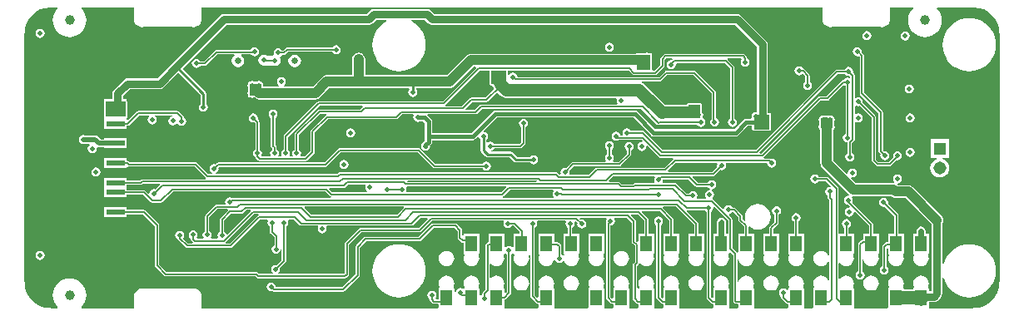
<source format=gbl>
G04*
G04 #@! TF.GenerationSoftware,Altium Limited,CircuitStudio,1.5.2 (30)*
G04*
G04 Layer_Physical_Order=4*
G04 Layer_Color=12500520*
%FSLAX44Y44*%
%MOMM*%
G71*
G01*
G75*
%ADD10C,1.0000*%
%ADD60C,0.1270*%
%ADD61C,0.2540*%
%ADD63C,0.4000*%
%ADD64C,0.6000*%
%ADD66C,0.5000*%
%ADD72C,0.8000*%
%ADD73C,0.1780*%
%ADD81C,0.6500*%
%ADD82C,1.3080*%
%ADD83R,1.3080X1.3080*%
%ADD84C,0.5000*%
%ADD85C,0.6000*%
%ADD86R,1.9000X0.6000*%
%ADD87R,2.8000X2.1000*%
%ADD88R,1.2700X1.6000*%
%ADD89C,1.3000*%
%ADD90C,1.0000*%
%ADD91C,1.2000*%
%ADD92R,2.0000X1.6000*%
%ADD93R,1.2000X1.1000*%
%ADD94R,1.4000X1.5000*%
%ADD95R,1.2677X1.3744*%
%ADD96R,1.5000X1.3500*%
%ADD97R,2.7000X1.4000*%
%ADD98R,1.2000X1.3000*%
%ADD99R,1.6500X1.5000*%
G36*
X725331Y682989D02*
X724798Y682191D01*
X724449Y680436D01*
X724798Y678680D01*
X725665Y677383D01*
X725448Y676638D01*
X725121Y676113D01*
X673784D01*
X673659Y677383D01*
X673870Y677424D01*
X674576Y677896D01*
X680939Y684259D01*
X724652D01*
X725331Y682989D01*
D02*
G37*
G36*
X534206Y688774D02*
X534009Y688479D01*
X533660Y686723D01*
X534009Y684968D01*
X535003Y683479D01*
X535896Y682883D01*
X535511Y681612D01*
X500439D01*
X496966Y685086D01*
X497452Y686259D01*
X512037D01*
X512870Y686424D01*
X513576Y686896D01*
X516574Y689894D01*
X533607D01*
X534206Y688774D01*
D02*
G37*
G36*
X869498Y687896D02*
X869921Y687614D01*
X870204Y687424D01*
X871037Y687259D01*
X882079D01*
X882793Y686191D01*
X884281Y685197D01*
X884037Y684024D01*
X882281Y683674D01*
X880793Y682680D01*
X879798Y681191D01*
X879449Y679436D01*
X879798Y677680D01*
X880665Y676383D01*
X880448Y675638D01*
X880121Y675113D01*
X871756D01*
X871077Y676383D01*
X871276Y676680D01*
X871625Y678436D01*
X871276Y680191D01*
X870281Y681680D01*
X868793Y682674D01*
X867037Y683024D01*
X865281Y682674D01*
X863793Y681680D01*
X863080Y680612D01*
X860677D01*
X850814Y690475D01*
X850108Y690947D01*
X849275Y691113D01*
X836756D01*
X836077Y692383D01*
X836276Y692680D01*
X836625Y694436D01*
X836890Y694759D01*
X862635D01*
X869498Y687896D01*
D02*
G37*
G36*
X779267Y654894D02*
X778798Y654191D01*
X778449Y652436D01*
X778798Y650680D01*
X779049Y650304D01*
X779026Y650269D01*
X778860Y649436D01*
Y574436D01*
X779026Y573603D01*
X779498Y572896D01*
X783298Y569097D01*
X783721Y568814D01*
X784004Y568625D01*
X784837Y568459D01*
X784989D01*
X785887Y567561D01*
Y564784D01*
X785887Y564136D01*
X784874Y563514D01*
X784874Y563514D01*
X778200D01*
X777187Y564136D01*
X777187Y564784D01*
Y584136D01*
X776412D01*
X775830Y585406D01*
X776485Y586986D01*
X776755Y589036D01*
X776485Y591085D01*
X775694Y592994D01*
X774436Y594634D01*
X772796Y595893D01*
X770886Y596684D01*
X768837Y596953D01*
X766788Y596684D01*
X764878Y595893D01*
X763238Y594634D01*
X761980Y592994D01*
X761189Y591085D01*
X760919Y589036D01*
X761189Y586986D01*
X761844Y585406D01*
X761262Y584136D01*
X760487D01*
Y564784D01*
X760487Y564136D01*
X759474Y563514D01*
X759474Y563514D01*
X727400D01*
X726387Y564136D01*
X726387Y564784D01*
Y584136D01*
X725612D01*
X725030Y585406D01*
X725685Y586986D01*
X725955Y589036D01*
X725685Y591085D01*
X724894Y592994D01*
X723636Y594634D01*
X721996Y595893D01*
X720086Y596684D01*
X718037Y596953D01*
X715988Y596684D01*
X714078Y595893D01*
X712438Y594634D01*
X711180Y592994D01*
X710389Y591085D01*
X710119Y589036D01*
X710389Y586986D01*
X711044Y585406D01*
X710462Y584136D01*
X709687D01*
Y575024D01*
X708514Y574538D01*
X706214Y576838D01*
Y645978D01*
X707281Y646691D01*
X708276Y648180D01*
X708625Y649936D01*
X708289Y651624D01*
X708282Y651847D01*
X708932Y652894D01*
X737142D01*
X737793Y651847D01*
X737785Y651624D01*
X737449Y649936D01*
X737799Y648180D01*
X738793Y646691D01*
X739861Y645978D01*
Y639336D01*
X735087D01*
Y619336D01*
X735562D01*
X736173Y618194D01*
X735793Y617463D01*
X734492Y617365D01*
X734281Y617680D01*
X733214Y618393D01*
Y626936D01*
X733048Y627769D01*
X732812Y628122D01*
X732576Y628475D01*
X730576Y630475D01*
X729870Y630947D01*
X729037Y631113D01*
X726387D01*
Y639336D01*
X709687D01*
Y619336D01*
X710462D01*
X711044Y618066D01*
X710389Y616485D01*
X710119Y614436D01*
X710389Y612386D01*
X711180Y610477D01*
X712438Y608837D01*
X714078Y607579D01*
X715988Y606788D01*
X718037Y606518D01*
X720086Y606788D01*
X721996Y607579D01*
X723636Y608837D01*
X724894Y610477D01*
X725646Y612292D01*
X725947Y612393D01*
X726971Y612422D01*
X727793Y611191D01*
X729281Y610197D01*
X731037Y609847D01*
X732793Y610197D01*
X734281Y611191D01*
X734669Y611772D01*
X736102Y611631D01*
X736580Y610477D01*
X737838Y608837D01*
X739478Y607579D01*
X741388Y606788D01*
X743437Y606518D01*
X745486Y606788D01*
X747396Y607579D01*
X749036Y608837D01*
X750294Y610477D01*
X751085Y612386D01*
X751355Y614436D01*
X751085Y616485D01*
X750430Y618066D01*
X751012Y619336D01*
X751787D01*
Y639336D01*
X744214D01*
Y645978D01*
X745282Y646691D01*
X746277Y648180D01*
X746626Y649936D01*
X746393Y651104D01*
X747213Y652355D01*
X747954Y652440D01*
X749699Y650695D01*
X749449Y649436D01*
X749798Y647680D01*
X750793Y646191D01*
X752281Y645197D01*
X754037Y644847D01*
X755793Y645197D01*
X757281Y646191D01*
X758276Y647680D01*
X758625Y649436D01*
X758276Y651191D01*
X757281Y652680D01*
X755793Y653674D01*
X754037Y654024D01*
X752778Y653773D01*
X751561Y654990D01*
X752047Y656164D01*
X778589D01*
X779267Y654894D01*
D02*
G37*
G36*
X572706Y667336D02*
X573132Y666109D01*
X565950Y658928D01*
X479124D01*
X471846Y666206D01*
X472332Y667379D01*
X572672D01*
X572706Y667336D01*
D02*
G37*
G36*
X708413Y693517D02*
X707734Y692247D01*
X576659D01*
X576498Y692489D01*
X577177Y693759D01*
X708251D01*
X708413Y693517D01*
D02*
G37*
G36*
X891792Y710847D02*
X891785Y710624D01*
X891449Y708936D01*
X891699Y707676D01*
X886635Y702613D01*
X842088D01*
X841562Y703883D01*
X849574Y711894D01*
X891142D01*
X891792Y710847D01*
D02*
G37*
G36*
X828331Y696989D02*
X827798Y696191D01*
X827449Y694436D01*
X827798Y692680D01*
X827997Y692383D01*
X827318Y691113D01*
X807997D01*
X807164Y690947D01*
X806811Y690711D01*
X806458Y690475D01*
X805960Y689977D01*
X794574D01*
X792941Y691610D01*
X792235Y692082D01*
X791402Y692247D01*
X781723D01*
X781197Y693517D01*
X785939Y698259D01*
X827652D01*
X828331Y696989D01*
D02*
G37*
G36*
X677243Y686720D02*
X672135Y681612D01*
X575756D01*
X575077Y682883D01*
X575276Y683180D01*
X575625Y684936D01*
X575290Y686624D01*
X575287Y686709D01*
X576000Y687894D01*
X676757D01*
X677243Y686720D01*
D02*
G37*
G36*
X325012Y689489D02*
X320296Y684773D01*
X319037Y685024D01*
X317281Y684675D01*
X315793Y683680D01*
X314798Y682191D01*
X314526Y680822D01*
X313287Y680265D01*
X310376Y683175D01*
X309670Y683647D01*
X308837Y683813D01*
X291387D01*
Y686636D01*
Y689459D01*
X305737D01*
X306570Y689625D01*
X307276Y690097D01*
X307939Y690759D01*
X324486D01*
X325012Y689489D01*
D02*
G37*
G36*
X597513Y654990D02*
X588135Y645612D01*
X529037D01*
X528204Y645447D01*
X527851Y645211D01*
X527498Y644975D01*
X513498Y630975D01*
X513026Y630269D01*
X512860Y629436D01*
Y599337D01*
X512135Y598613D01*
X445704D01*
X445319Y599883D01*
X445781Y600191D01*
X446776Y601680D01*
X447125Y603436D01*
X446875Y604695D01*
X452576Y610396D01*
X452859Y610820D01*
X453048Y611103D01*
X453214Y611936D01*
Y646978D01*
X454282Y647691D01*
X455276Y649180D01*
X455626Y650936D01*
X455276Y652692D01*
X455078Y652989D01*
X455757Y654259D01*
X461135D01*
X466998Y648396D01*
X467421Y648113D01*
X467704Y647924D01*
X468537Y647759D01*
X485318D01*
X485997Y646489D01*
X485798Y646191D01*
X485449Y644436D01*
X485798Y642680D01*
X486793Y641191D01*
X488281Y640197D01*
X490037Y639847D01*
X491793Y640197D01*
X493281Y641191D01*
X494276Y642680D01*
X494625Y644436D01*
X494276Y646191D01*
X494077Y646489D01*
X494756Y647759D01*
X580537D01*
X581370Y647924D01*
X582076Y648396D01*
X589844Y656164D01*
X597027D01*
X597513Y654990D01*
D02*
G37*
G36*
X868261Y648633D02*
Y639336D01*
X862087D01*
Y619336D01*
X862862D01*
X863444Y618066D01*
X862789Y616485D01*
X862519Y614436D01*
X862789Y612386D01*
X863580Y610477D01*
X864838Y608837D01*
X866478Y607579D01*
X868388Y606788D01*
X870437Y606518D01*
X872486Y606788D01*
X874396Y607579D01*
X876036Y608837D01*
X877294Y610477D01*
X878085Y612386D01*
X878355Y614436D01*
X878085Y616485D01*
X877430Y618066D01*
X878012Y619336D01*
X878787D01*
Y639336D01*
X872614D01*
Y649535D01*
X872449Y650368D01*
X871977Y651074D01*
X860562Y662489D01*
X861088Y663759D01*
X879080D01*
X879793Y662691D01*
X880861Y661978D01*
Y574435D01*
X881026Y573602D01*
X881498Y572896D01*
X885298Y569097D01*
X886004Y568625D01*
X886837Y568459D01*
X887487Y567809D01*
Y564784D01*
X887487Y564136D01*
X886475Y563514D01*
X886475Y563514D01*
X854400D01*
X853387Y564136D01*
X853387Y564784D01*
Y584136D01*
X852612D01*
X852030Y585406D01*
X852685Y586986D01*
X852955Y589036D01*
X852685Y591085D01*
X851894Y592994D01*
X850636Y594634D01*
X848996Y595893D01*
X847086Y596684D01*
X845037Y596953D01*
X842988Y596684D01*
X841078Y595893D01*
X839438Y594634D01*
X838180Y592994D01*
X837389Y591085D01*
X837119Y589036D01*
X837389Y586986D01*
X838044Y585406D01*
X837462Y584136D01*
X836687D01*
Y574524D01*
X835514Y574038D01*
X834214Y575337D01*
Y648478D01*
X835281Y649191D01*
X836276Y650680D01*
X836625Y652436D01*
X836276Y654191D01*
X835281Y655680D01*
X833793Y656674D01*
X832037Y657024D01*
X830281Y656674D01*
X828793Y655680D01*
X827798Y654191D01*
X827449Y652436D01*
X827798Y650680D01*
X828793Y649191D01*
X829860Y648478D01*
Y574436D01*
X830026Y573603D01*
X830498Y572896D01*
X834298Y569097D01*
X834721Y568814D01*
X835004Y568625D01*
X835837Y568459D01*
X836687Y567609D01*
Y564784D01*
X836687Y564136D01*
X835675Y563514D01*
X835675Y563514D01*
X829000D01*
X827987Y564136D01*
X827987Y564784D01*
Y584136D01*
X827212D01*
X826630Y585406D01*
X827285Y586986D01*
X827555Y589036D01*
X827285Y591085D01*
X826494Y592994D01*
X825236Y594634D01*
X823596Y595893D01*
X821686Y596684D01*
X819637Y596953D01*
X817588Y596684D01*
X815678Y595893D01*
X814038Y594634D01*
X812780Y592994D01*
X811989Y591085D01*
X811719Y589036D01*
X811989Y586986D01*
X812644Y585406D01*
X812322Y584703D01*
X811287Y584136D01*
X810214Y584623D01*
Y607034D01*
X811711Y608531D01*
X811994Y608955D01*
X812183Y609238D01*
X813530Y609499D01*
X814038Y608837D01*
X815678Y607579D01*
X817588Y606788D01*
X819637Y606518D01*
X821686Y606788D01*
X823596Y607579D01*
X825236Y608837D01*
X826494Y610477D01*
X827285Y612386D01*
X827555Y614436D01*
X827285Y616485D01*
X826630Y618066D01*
X827212Y619336D01*
X827987D01*
Y639336D01*
X821814D01*
Y653835D01*
X821649Y654668D01*
X821413Y655021D01*
X821177Y655375D01*
X815021Y661531D01*
X815507Y662704D01*
X833690D01*
X842861Y653533D01*
Y639336D01*
X836687D01*
Y619336D01*
X837462D01*
X838044Y618066D01*
X837389Y616485D01*
X837119Y614436D01*
X837389Y612386D01*
X838180Y610477D01*
X839438Y608837D01*
X841078Y607579D01*
X842988Y606788D01*
X845037Y606518D01*
X847086Y606788D01*
X848996Y607579D01*
X850636Y608837D01*
X851894Y610477D01*
X852685Y612386D01*
X852955Y614436D01*
X852685Y616485D01*
X852030Y618066D01*
X852612Y619336D01*
X853387D01*
Y639336D01*
X847214D01*
Y654435D01*
X847049Y655268D01*
X846577Y655975D01*
X836442Y666109D01*
X836868Y667336D01*
X836902Y667379D01*
X849515D01*
X868261Y648633D01*
D02*
G37*
G36*
X913210Y656684D02*
Y653586D01*
X913376Y652753D01*
X913848Y652046D01*
X919061Y646833D01*
Y639336D01*
X912887D01*
Y620799D01*
X911617Y620414D01*
X911576Y620475D01*
X907078Y624973D01*
Y654072D01*
X906913Y654905D01*
X906677Y655258D01*
X906441Y655611D01*
X903839Y658212D01*
X904258Y659590D01*
X904793Y659697D01*
X906282Y660692D01*
X906915Y661639D01*
X908182Y661712D01*
X913210Y656684D01*
D02*
G37*
G36*
X676793Y619191D02*
X677860Y618478D01*
Y580337D01*
X676760Y579238D01*
X675587Y579724D01*
Y584136D01*
X674812D01*
X674230Y585406D01*
X674885Y586986D01*
X675155Y589036D01*
X674885Y591085D01*
X674094Y592994D01*
X672836Y594634D01*
X671196Y595893D01*
X669286Y596684D01*
X667237Y596953D01*
X665188Y596684D01*
X663278Y595893D01*
X661638Y594634D01*
X661619Y594609D01*
X660349Y595040D01*
Y608431D01*
X661619Y608862D01*
X661638Y608837D01*
X663278Y607579D01*
X665188Y606788D01*
X667237Y606518D01*
X669286Y606788D01*
X671196Y607579D01*
X672836Y608837D01*
X674094Y610477D01*
X674885Y612386D01*
X675155Y614436D01*
X674885Y616485D01*
X674230Y618066D01*
X674552Y618768D01*
X675587Y619336D01*
D01*
X676793Y619191D01*
D02*
G37*
G36*
X684287Y619336D02*
X685322Y618768D01*
X685644Y618066D01*
X684989Y616485D01*
X684719Y614436D01*
X684989Y612386D01*
X685780Y610477D01*
X687038Y608837D01*
X688678Y607579D01*
X690588Y606788D01*
X692637Y606518D01*
X694686Y606788D01*
X696596Y607579D01*
X698236Y608837D01*
X699494Y610477D01*
X700285Y612386D01*
X700555Y614436D01*
X700285Y616485D01*
X699832Y617579D01*
X700522Y618833D01*
X700771Y618863D01*
X701860Y617864D01*
Y575936D01*
X702026Y575103D01*
X702498Y574397D01*
X707798Y569097D01*
X708504Y568625D01*
X709337Y568459D01*
X709687Y568109D01*
Y564784D01*
X709687Y564136D01*
X708674Y563514D01*
X708674Y563514D01*
X676600D01*
X675587Y564136D01*
X675587Y564784D01*
Y572448D01*
X675970Y572524D01*
X676676Y572996D01*
X681576Y577896D01*
X682048Y578603D01*
X682214Y579436D01*
Y618478D01*
X683121Y619084D01*
X684287Y619336D01*
X684287Y619336D01*
D02*
G37*
G36*
X804860Y651035D02*
Y631444D01*
X805026Y630611D01*
X805498Y629904D01*
X807995Y627407D01*
Y610972D01*
X806498Y609475D01*
X806026Y608769D01*
X805860Y607936D01*
Y573436D01*
X806026Y572603D01*
X806498Y571896D01*
X809298Y569097D01*
X810004Y568625D01*
X810837Y568459D01*
X811287Y568009D01*
Y564784D01*
X811287Y564136D01*
X810275Y563514D01*
X810275Y563514D01*
X803600D01*
X802587Y564136D01*
X802587Y564784D01*
Y584136D01*
X801812D01*
X801230Y585406D01*
X801885Y586986D01*
X802155Y589036D01*
X801885Y591085D01*
X801094Y592994D01*
X799836Y594634D01*
X798196Y595893D01*
X796286Y596684D01*
X794237Y596953D01*
X792188Y596684D01*
X790278Y595893D01*
X788638Y594634D01*
X787380Y592994D01*
X786589Y591085D01*
X786319Y589036D01*
X786589Y586986D01*
X787244Y585406D01*
X786662Y584136D01*
X785887D01*
Y574460D01*
X784617Y573934D01*
X783214Y575337D01*
Y647883D01*
X784793Y648197D01*
X786281Y649191D01*
X787276Y650680D01*
X787625Y652436D01*
X787276Y654191D01*
X786807Y654894D01*
X787486Y656164D01*
X799731D01*
X804860Y651035D01*
D02*
G37*
G36*
X417362Y662839D02*
X393550Y639027D01*
X392335Y639396D01*
X392276Y639692D01*
X391281Y641180D01*
X390214Y641893D01*
Y653534D01*
X396744Y660064D01*
X407882D01*
X408715Y660230D01*
X409421Y660702D01*
X412828Y664109D01*
X416836D01*
X417362Y662839D01*
D02*
G37*
G36*
X902725Y653170D02*
Y639336D01*
X900426D01*
Y650432D01*
X900625Y651436D01*
X900276Y653191D01*
X899281Y654680D01*
X897793Y655675D01*
X896037Y656024D01*
X894281Y655675D01*
X892793Y654680D01*
X891798Y653191D01*
X891656Y652477D01*
X891599Y652391D01*
X891249Y650635D01*
Y639336D01*
X887487D01*
Y619336D01*
X888262D01*
X888844Y618066D01*
X888189Y616485D01*
X887919Y614436D01*
X888189Y612386D01*
X888980Y610477D01*
X890238Y608837D01*
X891878Y607579D01*
X893788Y606788D01*
X895837Y606518D01*
X897886Y606788D01*
X899796Y607579D01*
X901436Y608837D01*
X902694Y610477D01*
X903485Y612386D01*
X903755Y614436D01*
X903485Y616485D01*
X902830Y618066D01*
X903412Y619336D01*
X904187D01*
Y620048D01*
X905360Y620534D01*
X907860Y618034D01*
Y571436D01*
X908026Y570603D01*
X908498Y569896D01*
X909298Y569097D01*
X909651Y568861D01*
X910004Y568625D01*
X910837Y568459D01*
X911989D01*
X912887Y567561D01*
Y564784D01*
X912887Y564136D01*
X911874Y563514D01*
X911874Y563514D01*
X905200D01*
X904187Y564136D01*
X904187Y564784D01*
Y584136D01*
X903412D01*
X902830Y585406D01*
X903485Y586986D01*
X903755Y589036D01*
X903485Y591085D01*
X902694Y592994D01*
X901436Y594634D01*
X899796Y595893D01*
X897886Y596684D01*
X895837Y596953D01*
X893788Y596684D01*
X891878Y595893D01*
X890238Y594634D01*
X888980Y592994D01*
X888189Y591085D01*
X887919Y589036D01*
X888189Y586986D01*
X888844Y585406D01*
X888262Y584136D01*
X887487D01*
Y574724D01*
X886314Y574238D01*
X885214Y575337D01*
Y661978D01*
X886282Y662691D01*
X887276Y664180D01*
X887626Y665936D01*
X887492Y666607D01*
X888663Y667232D01*
X902725Y653170D01*
D02*
G37*
G36*
X393639Y664639D02*
X394012Y663489D01*
X386498Y655975D01*
X386026Y655269D01*
X385860Y654436D01*
Y641893D01*
X384793Y641180D01*
X383798Y639692D01*
X383449Y637936D01*
X383798Y636180D01*
X383997Y635882D01*
X383318Y634613D01*
X377422D01*
X376743Y635882D01*
X377276Y636680D01*
X377625Y638436D01*
X377276Y640191D01*
X376281Y641680D01*
X375214Y642393D01*
Y656534D01*
X383439Y664759D01*
X393546D01*
X393639Y664639D01*
D02*
G37*
G36*
X425214Y658449D02*
X425204Y658447D01*
X424498Y657975D01*
X396135Y629613D01*
X391941D01*
X391555Y630882D01*
X391576Y630896D01*
X420399Y659719D01*
X425089D01*
X425214Y658449D01*
D02*
G37*
G36*
X817461Y652934D02*
Y639336D01*
X811287D01*
Y631931D01*
X810114Y631446D01*
X809214Y632345D01*
Y651936D01*
X809048Y652769D01*
X808812Y653122D01*
X808576Y653475D01*
X803791Y658260D01*
X804277Y659434D01*
X810960D01*
X817461Y652934D01*
D02*
G37*
G36*
X1022171Y801691D02*
X1023660Y800697D01*
X1025415Y800348D01*
X1026040Y800472D01*
X1027030Y799600D01*
X1026985Y798982D01*
X1025842Y798231D01*
X1024372Y798524D01*
X1022616Y798175D01*
X1021128Y797180D01*
X1020415Y796113D01*
X1020216D01*
X1019383Y795947D01*
X1018677Y795475D01*
X1002815Y779613D01*
X996037D01*
X995204Y779447D01*
X994498Y778975D01*
X936635Y721113D01*
X935088D01*
X934562Y722383D01*
X1014439Y802259D01*
X1021792D01*
X1022171Y801691D01*
D02*
G37*
G36*
X1151282Y870197D02*
X1153037Y869848D01*
Y869848D01*
X1153121Y869923D01*
X1158011Y869442D01*
X1162794Y867991D01*
X1167202Y865635D01*
X1171066Y862464D01*
X1174236Y858601D01*
X1176592Y854193D01*
X1178043Y849410D01*
X1178525Y844520D01*
X1178449Y844436D01*
X1178449D01*
X1178799Y842680D01*
X1178959Y842440D01*
Y591432D01*
X1178799Y591192D01*
X1178449Y589436D01*
X1178449D01*
X1178525Y589352D01*
X1178043Y584462D01*
X1176592Y579679D01*
X1174236Y575271D01*
X1171066Y571408D01*
X1167202Y568237D01*
X1162794Y565881D01*
X1158011Y564430D01*
X1153121Y563948D01*
X1153037Y564024D01*
Y564024D01*
X1151282Y563675D01*
X1151041Y563514D01*
X1108400D01*
X1107387Y564136D01*
X1107387Y564784D01*
Y569828D01*
X1112037D01*
X1114183Y570255D01*
X1116002Y571470D01*
X1119002Y574470D01*
X1120218Y576290D01*
X1120645Y578436D01*
Y594935D01*
X1121915Y595086D01*
X1122280Y593567D01*
X1123906Y589640D01*
X1126126Y586017D01*
X1128886Y582785D01*
X1132118Y580025D01*
X1135742Y577804D01*
X1139668Y576178D01*
X1143801Y575186D01*
X1148037Y574852D01*
X1152274Y575186D01*
X1156407Y576178D01*
X1160333Y577804D01*
X1163957Y580025D01*
X1167188Y582785D01*
X1169949Y586017D01*
X1172169Y589640D01*
X1173795Y593567D01*
X1174788Y597699D01*
X1175121Y601936D01*
X1174788Y606173D01*
X1173795Y610305D01*
X1172169Y614231D01*
X1169949Y617855D01*
X1167188Y621087D01*
X1163957Y623847D01*
X1160333Y626067D01*
X1156407Y627694D01*
X1152274Y628686D01*
X1148037Y629019D01*
X1143801Y628686D01*
X1139668Y627694D01*
X1135742Y626067D01*
X1132118Y623847D01*
X1128886Y621087D01*
X1126126Y617855D01*
X1123906Y614231D01*
X1122280Y610305D01*
X1121915Y608786D01*
X1120645Y608936D01*
Y650066D01*
X1120715Y650158D01*
X1121370Y651739D01*
X1121593Y653436D01*
X1121370Y655133D01*
X1120715Y656714D01*
X1119673Y658072D01*
X1090673Y687072D01*
X1089315Y688113D01*
X1088524Y688441D01*
X1087734Y688768D01*
X1086037Y688992D01*
X1075933D01*
X1075113Y689765D01*
X1075530Y690946D01*
X1076793Y691197D01*
X1078281Y692191D01*
X1079276Y693680D01*
X1079625Y695436D01*
X1079276Y697191D01*
X1078281Y698680D01*
X1076793Y699675D01*
X1075037Y700024D01*
X1073281Y699675D01*
X1071793Y698680D01*
X1070798Y697191D01*
X1070449Y695436D01*
X1070798Y693680D01*
X1071793Y692191D01*
X1071826Y692169D01*
X1071367Y690948D01*
X1071037Y690992D01*
X1032753D01*
X1027982Y695762D01*
X1028607Y696933D01*
X1029037Y696848D01*
X1030793Y697197D01*
X1032281Y698191D01*
X1033276Y699680D01*
X1033625Y701436D01*
X1033276Y703191D01*
X1032281Y704680D01*
X1030793Y705675D01*
X1029037Y706024D01*
X1027281Y705675D01*
X1025793Y704680D01*
X1024798Y703191D01*
X1024449Y701436D01*
X1024534Y701006D01*
X1023364Y700380D01*
X1009593Y714151D01*
Y745065D01*
X1009782Y745191D01*
X1010178Y745785D01*
X1010185Y745788D01*
X1010193Y745807D01*
X1010776Y746680D01*
X1011126Y748436D01*
X1010776Y750192D01*
X1010661Y750365D01*
Y753507D01*
X1010776Y753680D01*
X1011126Y755436D01*
X1010776Y757192D01*
X1010661Y757365D01*
Y757936D01*
X1010185Y759084D01*
X1009037Y759559D01*
X1008466D01*
X1008293Y759675D01*
X1006537Y760024D01*
X1004782Y759675D01*
X1004609Y759559D01*
X1001466D01*
X1001293Y759675D01*
X999537Y760024D01*
X997782Y759675D01*
X997609Y759559D01*
X997038D01*
X995889Y759084D01*
X995414Y757936D01*
Y757364D01*
X995298Y757192D01*
X994949Y755436D01*
X995298Y753680D01*
X995414Y753507D01*
Y750364D01*
X995298Y750192D01*
X994949Y748436D01*
X995298Y746680D01*
X995881Y745809D01*
X995889Y745788D01*
X995897Y745785D01*
X996293Y745191D01*
X996481Y745066D01*
Y711436D01*
X996704Y709739D01*
X997032Y708948D01*
X997359Y708158D01*
X998401Y706800D01*
X1025401Y679800D01*
X1025495Y679727D01*
X1025100Y678690D01*
X1024990Y678514D01*
X1023281Y678175D01*
X1021793Y677180D01*
X1020798Y675691D01*
X1020449Y673936D01*
X1020798Y672180D01*
X1021793Y670691D01*
X1023281Y669697D01*
X1024426Y669469D01*
X1026710Y667185D01*
X1026084Y666014D01*
X1026037Y666024D01*
X1024281Y665675D01*
X1022793Y664680D01*
X1021798Y663191D01*
X1021449Y661436D01*
X1021798Y659680D01*
X1022793Y658191D01*
X1024281Y657197D01*
X1026037Y656848D01*
X1027793Y657197D01*
X1029281Y658191D01*
X1030276Y659680D01*
X1030625Y661436D01*
X1030616Y661483D01*
X1031786Y662109D01*
X1045860Y648035D01*
Y639336D01*
X1039887D01*
Y633583D01*
X1039204Y633447D01*
X1038921Y633258D01*
X1038498Y632975D01*
X1035498Y629975D01*
X1035026Y629269D01*
X1034860Y628436D01*
Y601393D01*
X1033793Y600680D01*
X1032798Y599191D01*
X1032449Y597436D01*
X1032798Y595680D01*
X1033793Y594191D01*
X1035281Y593197D01*
X1037037Y592848D01*
X1038793Y593197D01*
X1040281Y594191D01*
X1041276Y595680D01*
X1041625Y597436D01*
X1041276Y599191D01*
X1040281Y600680D01*
X1039214Y601393D01*
Y613102D01*
X1040484Y613186D01*
X1040589Y612386D01*
X1041380Y610477D01*
X1042638Y608837D01*
X1044278Y607579D01*
X1046188Y606788D01*
X1048237Y606518D01*
X1050286Y606788D01*
X1052196Y607579D01*
X1053836Y608837D01*
X1055094Y610477D01*
X1055885Y612386D01*
X1056155Y614436D01*
X1055885Y616485D01*
X1055230Y618066D01*
X1055812Y619336D01*
X1056587D01*
Y639336D01*
X1050214D01*
Y648936D01*
X1050048Y649769D01*
X1049576Y650475D01*
X1028714Y671338D01*
X1029276Y672180D01*
X1029625Y673936D01*
X1029276Y675691D01*
X1028538Y676796D01*
X1029177Y677993D01*
X1030037Y677880D01*
X1068321D01*
X1068401Y677800D01*
X1069759Y676758D01*
X1070343Y676516D01*
X1071340Y676103D01*
X1073037Y675880D01*
X1083322D01*
X1109429Y649772D01*
Y581043D01*
X1107387D01*
Y584136D01*
X1106612D01*
X1106030Y585406D01*
X1106685Y586986D01*
X1106955Y589036D01*
X1106685Y591085D01*
X1105894Y592994D01*
X1104636Y594634D01*
X1102996Y595893D01*
X1101086Y596684D01*
X1099037Y596953D01*
X1096988Y596684D01*
X1095078Y595893D01*
X1093438Y594634D01*
X1092180Y592994D01*
X1091389Y591085D01*
X1091119Y589036D01*
X1091389Y586986D01*
X1092044Y585406D01*
X1091462Y584136D01*
X1090687D01*
Y583059D01*
X1081987D01*
Y584136D01*
X1081212D01*
X1080630Y585406D01*
X1081285Y586986D01*
X1081555Y589036D01*
X1081285Y591085D01*
X1080494Y592994D01*
X1079236Y594634D01*
X1077596Y595893D01*
X1075686Y596684D01*
X1073637Y596953D01*
X1071588Y596684D01*
X1069678Y595893D01*
X1068038Y594634D01*
X1066780Y592994D01*
X1065989Y591085D01*
X1065719Y589036D01*
X1065989Y586986D01*
X1066644Y585406D01*
X1066062Y584136D01*
X1065287D01*
Y564784D01*
X1065287Y564136D01*
X1064275Y563514D01*
X1064275Y563514D01*
X1032200D01*
X1031187Y564136D01*
X1031187Y564784D01*
Y584136D01*
X1030412D01*
X1029830Y585406D01*
X1030485Y586986D01*
X1030755Y589036D01*
X1030485Y591085D01*
X1029694Y592994D01*
X1028436Y594634D01*
X1026796Y595893D01*
X1024886Y596684D01*
X1022837Y596953D01*
X1020788Y596684D01*
X1018878Y595893D01*
X1017238Y594634D01*
X1016484Y593652D01*
X1015214Y594083D01*
Y609389D01*
X1016484Y609820D01*
X1017238Y608837D01*
X1018878Y607579D01*
X1020788Y606788D01*
X1022837Y606518D01*
X1024886Y606788D01*
X1026796Y607579D01*
X1028436Y608837D01*
X1029694Y610477D01*
X1030485Y612386D01*
X1030755Y614436D01*
X1030485Y616485D01*
X1029830Y618066D01*
X1030412Y619336D01*
X1031187D01*
Y639336D01*
X1025214D01*
Y645978D01*
X1026281Y646691D01*
X1027276Y648180D01*
X1027625Y649936D01*
X1027276Y651691D01*
X1026281Y653180D01*
X1024793Y654174D01*
X1023037Y654524D01*
X1021281Y654174D01*
X1019793Y653180D01*
X1018798Y651691D01*
X1018449Y649936D01*
X1018798Y648180D01*
X1019793Y646691D01*
X1020860Y645978D01*
Y639336D01*
X1015214D01*
Y685435D01*
X1015049Y686268D01*
X1014860Y686551D01*
X1014577Y686974D01*
X1004576Y696975D01*
X1003870Y697447D01*
X1003037Y697613D01*
X994995D01*
X994281Y698680D01*
X992793Y699675D01*
X991037Y700024D01*
X989281Y699675D01*
X987793Y698680D01*
X986798Y697191D01*
X986449Y695436D01*
X986798Y693680D01*
X987793Y692191D01*
X989281Y691197D01*
X991037Y690847D01*
X992793Y691197D01*
X994281Y692191D01*
X994995Y693259D01*
X1002135D01*
X1007333Y688061D01*
X1006708Y686890D01*
X1006037Y687024D01*
X1004281Y686674D01*
X1002793Y685680D01*
X1001798Y684191D01*
X1001449Y682436D01*
X1001798Y680680D01*
X1002793Y679191D01*
X1003860Y678478D01*
Y676436D01*
X1004026Y675603D01*
X1004498Y674896D01*
X1005861Y673534D01*
Y617931D01*
X1004591Y617678D01*
X1004294Y618395D01*
X1003036Y620034D01*
X1001396Y621293D01*
X999486Y622084D01*
X997437Y622353D01*
X995388Y622084D01*
X993478Y621293D01*
X991838Y620034D01*
X990580Y618395D01*
X989789Y616485D01*
X989519Y614436D01*
X989789Y612386D01*
X990580Y610477D01*
X991838Y608837D01*
X993478Y607579D01*
X995388Y606788D01*
X997437Y606518D01*
X999486Y606788D01*
X1001396Y607579D01*
X1003036Y608837D01*
X1004294Y610477D01*
X1004591Y611193D01*
X1005861Y610940D01*
Y592531D01*
X1004591Y592278D01*
X1004294Y592994D01*
X1003036Y594634D01*
X1001396Y595893D01*
X999486Y596684D01*
X997437Y596953D01*
X995388Y596684D01*
X993478Y595893D01*
X991838Y594634D01*
X990580Y592994D01*
X989789Y591085D01*
X989519Y589036D01*
X989789Y586986D01*
X990444Y585406D01*
X989862Y584136D01*
X989087D01*
Y564784D01*
X989087Y564136D01*
X988074Y563514D01*
X988074Y563514D01*
X981400D01*
X980387Y564136D01*
X980387Y564784D01*
Y584136D01*
X979612D01*
X979030Y585406D01*
X979685Y586986D01*
X979955Y589036D01*
X979685Y591085D01*
X978894Y592994D01*
X977636Y594634D01*
X975996Y595893D01*
X974086Y596684D01*
X972037Y596953D01*
X969988Y596684D01*
X968078Y595893D01*
X966438Y594634D01*
X965180Y592994D01*
X964389Y591085D01*
X964119Y589036D01*
X964389Y586986D01*
X965044Y585406D01*
X964462Y584136D01*
X963687D01*
Y582862D01*
X962417Y582477D01*
X962281Y582680D01*
X960793Y583675D01*
X959037Y584024D01*
X957281Y583675D01*
X955793Y582680D01*
X954798Y581191D01*
X954449Y579436D01*
X954798Y577680D01*
X955793Y576191D01*
X956860Y575478D01*
Y574436D01*
X957026Y573603D01*
X957498Y572896D01*
X961298Y569097D01*
X961721Y568814D01*
X962004Y568625D01*
X962837Y568459D01*
X963687Y567609D01*
Y564784D01*
X963687Y564136D01*
X962674Y563514D01*
X962674Y563514D01*
X930600D01*
X929587Y564136D01*
X929587Y564784D01*
Y584136D01*
X928812D01*
X928230Y585406D01*
X928885Y586986D01*
X929155Y589036D01*
X928885Y591085D01*
X928094Y592994D01*
X926836Y594634D01*
X925196Y595893D01*
X923286Y596684D01*
X921237Y596953D01*
X919188Y596684D01*
X917278Y595893D01*
X915638Y594634D01*
X914380Y592994D01*
X913589Y591085D01*
X913484Y590286D01*
X912214Y590369D01*
Y613102D01*
X913484Y613186D01*
X913589Y612386D01*
X914380Y610477D01*
X915638Y608837D01*
X917278Y607579D01*
X919188Y606788D01*
X921237Y606518D01*
X923286Y606788D01*
X925196Y607579D01*
X926836Y608837D01*
X928094Y610477D01*
X928885Y612386D01*
X929155Y614436D01*
X928885Y616485D01*
X928230Y618066D01*
X928812Y619336D01*
X929587D01*
Y639336D01*
X923414D01*
Y646333D01*
X924684Y646959D01*
X926481Y645580D01*
X929644Y644270D01*
X933037Y643824D01*
X936431Y644270D01*
X939594Y645580D01*
X942309Y647664D01*
X944393Y650380D01*
X945703Y653542D01*
X946150Y656936D01*
X945703Y660330D01*
X944393Y663492D01*
X942309Y666208D01*
X939594Y668291D01*
X936431Y669601D01*
X933037Y670048D01*
X929644Y669601D01*
X926481Y668291D01*
X923766Y666208D01*
X921682Y663492D01*
X920372Y660330D01*
X919925Y656936D01*
X920372Y653542D01*
X920419Y653428D01*
X919343Y652708D01*
X917564Y654487D01*
Y657586D01*
X917398Y658419D01*
X917209Y658701D01*
X916926Y659125D01*
X910576Y665475D01*
X909870Y665947D01*
X909037Y666113D01*
X906995D01*
X906282Y667180D01*
X904793Y668175D01*
X903037Y668524D01*
X901282Y668175D01*
X899793Y667180D01*
X898799Y665692D01*
X898692Y665156D01*
X897314Y664738D01*
X887577Y674475D01*
X887288Y674668D01*
X887148Y675946D01*
X887201Y676137D01*
X887281Y676191D01*
X888276Y677680D01*
X888625Y679436D01*
X888276Y681191D01*
X887281Y682680D01*
X885793Y683674D01*
X886037Y684847D01*
X887793Y685197D01*
X889281Y686191D01*
X890276Y687680D01*
X890625Y689436D01*
X890276Y691191D01*
X889281Y692680D01*
X887793Y693674D01*
X886037Y694024D01*
X884281Y693674D01*
X882793Y692680D01*
X882079Y691612D01*
X871939D01*
X866466Y697085D01*
X866952Y698259D01*
X887537D01*
X888370Y698425D01*
X889076Y698896D01*
X894778Y704598D01*
X896037Y704348D01*
X897793Y704697D01*
X899281Y705691D01*
X900276Y707180D01*
X900625Y708936D01*
X900316Y710489D01*
X900924Y711759D01*
X942184D01*
X942449Y711436D01*
X942798Y709680D01*
X943793Y708191D01*
X945281Y707197D01*
X947037Y706848D01*
X948793Y707197D01*
X950281Y708191D01*
X951276Y709680D01*
X951625Y711436D01*
X951276Y713191D01*
X950281Y714680D01*
X948793Y715675D01*
X947037Y716024D01*
X945664Y715751D01*
X945370Y715947D01*
X944537Y716113D01*
X944536Y716113D01*
X939441D01*
X939055Y717383D01*
X939076Y717396D01*
X996939Y775259D01*
X1003716D01*
X1004549Y775424D01*
X1005256Y775896D01*
X1020147Y790788D01*
X1021128Y790691D01*
X1022195Y789978D01*
Y741617D01*
X1020793Y740680D01*
X1019798Y739191D01*
X1019449Y737436D01*
X1019798Y735680D01*
X1020793Y734191D01*
X1022281Y733197D01*
X1023136Y733027D01*
X1024060Y732760D01*
X1024360Y731617D01*
Y721893D01*
X1023293Y721180D01*
X1022298Y719691D01*
X1021949Y717936D01*
X1022298Y716180D01*
X1023293Y714691D01*
X1024781Y713697D01*
X1026537Y713347D01*
X1028293Y713697D01*
X1029781Y714691D01*
X1030776Y716180D01*
X1031125Y717936D01*
X1030776Y719691D01*
X1029781Y721180D01*
X1028714Y721893D01*
Y731772D01*
X1031047Y734105D01*
X1031329Y734528D01*
X1031518Y734811D01*
X1031684Y735644D01*
Y752737D01*
X1032954Y753415D01*
X1033281Y753197D01*
X1035037Y752848D01*
X1036793Y753197D01*
X1038281Y754191D01*
X1039276Y755680D01*
X1039625Y757436D01*
X1039276Y759191D01*
X1038281Y760680D01*
X1036793Y761674D01*
X1035037Y762024D01*
X1033281Y761674D01*
X1032954Y761456D01*
X1031684Y762135D01*
Y769237D01*
X1032954Y769916D01*
X1033282Y769697D01*
X1035038Y769348D01*
X1036713Y769681D01*
X1048861Y757534D01*
Y714435D01*
X1049026Y713602D01*
X1049498Y712896D01*
X1053498Y708896D01*
X1053851Y708661D01*
X1054204Y708425D01*
X1055037Y708259D01*
X1067037D01*
X1067870Y708425D01*
X1068576Y708896D01*
X1074195Y714515D01*
X1075037Y714348D01*
X1076793Y714697D01*
X1078281Y715692D01*
X1079276Y717180D01*
X1079625Y718936D01*
X1079276Y720692D01*
X1078281Y722180D01*
X1076793Y723175D01*
X1075037Y723524D01*
X1073281Y723175D01*
X1071793Y722180D01*
X1070798Y720692D01*
X1070449Y718936D01*
X1070782Y717259D01*
X1066135Y712613D01*
X1055939D01*
X1053214Y715337D01*
Y758435D01*
X1053049Y759268D01*
X1052577Y759975D01*
X1039458Y773093D01*
X1039626Y773936D01*
X1039276Y775692D01*
X1038282Y777180D01*
X1036793Y778175D01*
X1035038Y778524D01*
X1033282Y778175D01*
X1032954Y777956D01*
X1031684Y778635D01*
Y800844D01*
X1031518Y801677D01*
X1031282Y802030D01*
X1031047Y802383D01*
X1029753Y803676D01*
X1030004Y804936D01*
X1029654Y806691D01*
X1028660Y808180D01*
X1027171Y809174D01*
X1025415Y809524D01*
X1023660Y809174D01*
X1022171Y808180D01*
X1021177Y806691D01*
X1021161Y806612D01*
X1013537D01*
X1012704Y806447D01*
X1011998Y805975D01*
X931135Y725112D01*
X836439D01*
X817576Y743975D01*
X816870Y744447D01*
X816037Y744613D01*
X803995D01*
X803281Y745680D01*
X801793Y746674D01*
X800037Y747024D01*
X798281Y746674D01*
X796793Y745680D01*
X795798Y744191D01*
X795449Y742436D01*
X795785Y740748D01*
X795792Y740525D01*
X795142Y739477D01*
X793510D01*
X793276Y740653D01*
X792281Y742141D01*
X790793Y743136D01*
X789037Y743485D01*
X787281Y743136D01*
X785793Y742141D01*
X784798Y740653D01*
X784449Y738897D01*
X784798Y737141D01*
X785793Y735652D01*
X787281Y734658D01*
X789037Y734309D01*
X790793Y734658D01*
X791490Y735124D01*
X814770D01*
X815709Y734185D01*
X815084Y733015D01*
X815037Y733024D01*
X813281Y732674D01*
X811793Y731680D01*
X810798Y730191D01*
X810449Y728436D01*
X810798Y726680D01*
X811793Y725191D01*
X813281Y724197D01*
X815037Y723848D01*
X816793Y724197D01*
X818281Y725191D01*
X819276Y726680D01*
X819625Y728436D01*
X819616Y728482D01*
X820786Y729108D01*
X832498Y717396D01*
X833204Y716925D01*
X834037Y716759D01*
X846566D01*
X846944Y715993D01*
X847012Y715489D01*
X838135Y706612D01*
X769037D01*
X768204Y706447D01*
X767851Y706211D01*
X767498Y705975D01*
X761000Y699477D01*
X741931D01*
X741281Y700524D01*
X741288Y700747D01*
X741624Y702435D01*
X741374Y703695D01*
X745938Y708259D01*
X792037D01*
X792870Y708425D01*
X793576Y708896D01*
X803576Y718896D01*
X804048Y719603D01*
X804214Y720436D01*
Y724478D01*
X805281Y725191D01*
X806276Y726680D01*
X806625Y728436D01*
X806276Y730191D01*
X805281Y731680D01*
X803793Y732674D01*
X802037Y733024D01*
X800281Y732674D01*
X798793Y731680D01*
X797798Y730191D01*
X797449Y728436D01*
X797798Y726680D01*
X798793Y725191D01*
X799860Y724478D01*
Y721337D01*
X791135Y712613D01*
X786422D01*
X785743Y713883D01*
X786276Y714680D01*
X786625Y716436D01*
X786276Y718191D01*
X785281Y719680D01*
X784214Y720393D01*
Y725478D01*
X785281Y726191D01*
X786276Y727680D01*
X786625Y729436D01*
X786276Y731191D01*
X785281Y732680D01*
X783793Y733674D01*
X782037Y734024D01*
X780281Y733674D01*
X778793Y732680D01*
X777798Y731191D01*
X777449Y729436D01*
X777798Y727680D01*
X778793Y726191D01*
X779860Y725478D01*
Y720393D01*
X778793Y719680D01*
X777798Y718191D01*
X777449Y716436D01*
X777798Y714680D01*
X778331Y713883D01*
X777652Y712613D01*
X745036D01*
X744203Y712447D01*
X743497Y711975D01*
X738295Y706773D01*
X737036Y707023D01*
X735280Y706674D01*
X733792Y705680D01*
X732797Y704191D01*
X732448Y702435D01*
X732680Y701268D01*
X731861Y700017D01*
X731119Y699932D01*
X729576Y701475D01*
X728870Y701947D01*
X728037Y702113D01*
X508037D01*
X507204Y701947D01*
X506921Y701758D01*
X506498Y701475D01*
X505500Y700478D01*
X382502D01*
X381855Y701654D01*
X381869Y701748D01*
X383282Y702691D01*
X384276Y704180D01*
X384626Y705936D01*
X384478Y706680D01*
X385410Y707759D01*
X493537D01*
X494370Y707924D01*
X495076Y708396D01*
X508939Y722259D01*
X587135D01*
X602498Y706896D01*
X602921Y706613D01*
X603204Y706424D01*
X604037Y706259D01*
X653080D01*
X653793Y705191D01*
X655281Y704197D01*
X657037Y703848D01*
X658793Y704197D01*
X660281Y705191D01*
X661276Y706680D01*
X661625Y708436D01*
X661276Y710191D01*
X660281Y711680D01*
X658793Y712674D01*
X657037Y713024D01*
X655281Y712674D01*
X653793Y711680D01*
X653080Y710612D01*
X604939D01*
X589576Y725975D01*
X588870Y726447D01*
X588037Y726612D01*
X508037D01*
X507204Y726447D01*
X506921Y726258D01*
X506498Y725975D01*
X492635Y712112D01*
X384037D01*
X383204Y711947D01*
X382498Y711475D01*
X381297Y710274D01*
X380037Y710524D01*
X378282Y710175D01*
X376793Y709180D01*
X375799Y707692D01*
X375449Y705936D01*
X375799Y704180D01*
X376793Y702691D01*
X378206Y701748D01*
X378220Y701654D01*
X377573Y700478D01*
X374074D01*
X362710Y711841D01*
X362004Y712313D01*
X361171Y712478D01*
X294073D01*
X293376Y713175D01*
X292670Y713647D01*
X291837Y713813D01*
X291387D01*
Y716636D01*
X268387D01*
Y706636D01*
X291387D01*
Y707398D01*
X291695Y707687D01*
X292657Y708227D01*
X293171Y708125D01*
X360270D01*
X371633Y696761D01*
X371499Y695421D01*
X371461Y695349D01*
X371276Y695113D01*
X307037D01*
X306204Y694947D01*
X305498Y694475D01*
X304836Y693813D01*
X291387D01*
Y696636D01*
X268387D01*
Y686636D01*
Y676636D01*
X291387D01*
Y679459D01*
X307935D01*
X315498Y671896D01*
X315921Y671613D01*
X316204Y671424D01*
X317037Y671259D01*
X326037D01*
X326870Y671424D01*
X327576Y671896D01*
X338439Y682759D01*
X493135D01*
X497998Y677896D01*
X498421Y677614D01*
X498704Y677424D01*
X498915Y677383D01*
X498790Y676113D01*
X397960D01*
X397523Y676404D01*
X395767Y676754D01*
X394011Y676404D01*
X392523Y675410D01*
X391528Y673921D01*
X391179Y672166D01*
X391528Y670410D01*
X391647Y670232D01*
X391048Y669112D01*
X382537D01*
X381704Y668947D01*
X381351Y668711D01*
X380998Y668475D01*
X371498Y658975D01*
X371026Y658269D01*
X370860Y657436D01*
Y642393D01*
X369793Y641680D01*
X368798Y640191D01*
X368449Y638436D01*
X368798Y636680D01*
X369331Y635882D01*
X368652Y634613D01*
X363089D01*
X362410Y635882D01*
X362943Y636680D01*
X363292Y638436D01*
X362943Y640191D01*
X361948Y641680D01*
X360460Y642674D01*
X358704Y643024D01*
X356948Y642674D01*
X355459Y641680D01*
X354465Y640191D01*
X354115Y638436D01*
X354465Y636680D01*
X355459Y635191D01*
X356527Y634478D01*
Y633769D01*
X356693Y632936D01*
X357165Y632229D01*
X358498Y630896D01*
X358519Y630882D01*
X358133Y629613D01*
X353439D01*
X348313Y634739D01*
X349276Y636180D01*
X349625Y637936D01*
X349276Y639692D01*
X348281Y641180D01*
X346793Y642175D01*
X345037Y642524D01*
X343281Y642175D01*
X341793Y641180D01*
X340798Y639692D01*
X340449Y637936D01*
X340798Y636180D01*
X341793Y634692D01*
X343281Y633697D01*
X343300Y633693D01*
X343498Y633397D01*
X350998Y625896D01*
X351705Y625424D01*
X352538Y625259D01*
X397037D01*
X397870Y625424D01*
X398576Y625896D01*
X426939Y654259D01*
X434318D01*
X434997Y652989D01*
X434798Y652691D01*
X434449Y650936D01*
X434798Y649180D01*
X435793Y647691D01*
X436860Y646978D01*
Y641436D01*
X437026Y640603D01*
X437498Y639896D01*
X441360Y636034D01*
Y628190D01*
X441281Y628175D01*
X439793Y627180D01*
X438798Y625691D01*
X438449Y623936D01*
X438798Y622180D01*
X439793Y620691D01*
X441281Y619697D01*
X443037Y619347D01*
X444793Y619697D01*
X446281Y620691D01*
X447276Y622180D01*
X447590Y623760D01*
X448860Y623635D01*
Y612837D01*
X443796Y607773D01*
X442537Y608024D01*
X440781Y607674D01*
X439293Y606680D01*
X438298Y605191D01*
X437949Y603436D01*
X438298Y601680D01*
X439293Y600191D01*
X439755Y599883D01*
X439370Y598613D01*
X425939D01*
X424576Y599975D01*
X423870Y600447D01*
X423037Y600612D01*
X331939D01*
X324214Y608337D01*
Y648436D01*
X324048Y649269D01*
X323859Y649551D01*
X323576Y649975D01*
X310376Y663175D01*
X309670Y663647D01*
X308837Y663813D01*
X291387D01*
Y666636D01*
X268387D01*
Y656636D01*
X291387D01*
Y659459D01*
X307935D01*
X319860Y647534D01*
Y607436D01*
X320026Y606603D01*
X320498Y605896D01*
X329498Y596896D01*
X329921Y596614D01*
X330204Y596424D01*
X331037Y596259D01*
X422135D01*
X423498Y594896D01*
X423851Y594660D01*
X424204Y594425D01*
X425037Y594259D01*
X513037D01*
X513870Y594425D01*
X514576Y594896D01*
X516576Y596896D01*
X516859Y597320D01*
X517048Y597603D01*
X517214Y598436D01*
Y628534D01*
X529939Y641259D01*
X589037D01*
X589870Y641424D01*
X590576Y641896D01*
X601574Y652894D01*
X674142D01*
X674792Y651847D01*
X674785Y651624D01*
X674449Y649936D01*
X674798Y648180D01*
X675793Y646691D01*
X677281Y645697D01*
X679037Y645348D01*
X680793Y645697D01*
X682281Y646691D01*
X682995Y647759D01*
X684635D01*
X690860Y641534D01*
Y639336D01*
X684287D01*
Y626419D01*
X683953Y626174D01*
X683017Y625857D01*
X681793Y626674D01*
X680037Y627024D01*
X678281Y626674D01*
X676857Y625723D01*
X676498Y625798D01*
X675587Y626161D01*
Y639336D01*
X658887D01*
Y631083D01*
X658204Y630947D01*
X657498Y630475D01*
X656633Y629610D01*
X656161Y628904D01*
X655995Y628071D01*
Y582972D01*
X653498Y580475D01*
X653026Y579768D01*
X652860Y578935D01*
Y577893D01*
X651793Y577180D01*
X651457Y576678D01*
X650187Y577063D01*
Y584136D01*
X649412D01*
X648830Y585406D01*
X649485Y586986D01*
X649755Y589036D01*
X649485Y591085D01*
X648694Y592994D01*
X647436Y594634D01*
X645796Y595893D01*
X643886Y596684D01*
X641837Y596953D01*
X639788Y596684D01*
X637878Y595893D01*
X636238Y594634D01*
X634980Y592994D01*
X634189Y591085D01*
X633919Y589036D01*
X634189Y586986D01*
X634844Y585406D01*
X634522Y584703D01*
X633487Y584136D01*
X632238Y583939D01*
X632217Y583940D01*
X630537Y584274D01*
X628781Y583924D01*
X627293Y582930D01*
X626298Y581441D01*
X626057Y580229D01*
X624787Y580354D01*
Y584136D01*
X624012D01*
X623430Y585406D01*
X624085Y586986D01*
X624355Y589036D01*
X624085Y591085D01*
X623294Y592994D01*
X622036Y594634D01*
X620396Y595893D01*
X618486Y596684D01*
X616437Y596953D01*
X614388Y596684D01*
X612478Y595893D01*
X610838Y594634D01*
X609580Y592994D01*
X608789Y591085D01*
X608519Y589036D01*
X608789Y586986D01*
X609444Y585406D01*
X608862Y584136D01*
X608087D01*
Y572813D01*
X605606D01*
X605556Y572865D01*
X605043Y574083D01*
X605776Y575180D01*
X606125Y576936D01*
X605776Y578691D01*
X604782Y580180D01*
X603293Y581175D01*
X601537Y581524D01*
X599782Y581175D01*
X598293Y580180D01*
X597298Y578691D01*
X596949Y576936D01*
X597298Y575180D01*
X598293Y573691D01*
X599361Y572978D01*
Y572435D01*
X599526Y571602D01*
X599998Y570896D01*
X601798Y569097D01*
X602221Y568814D01*
X602504Y568625D01*
X603337Y568459D01*
X607189D01*
X608087Y567561D01*
Y564784D01*
X608087Y564136D01*
X607075Y563514D01*
X607075Y563514D01*
X367115D01*
Y573440D01*
X367276Y573680D01*
X367625Y575436D01*
X367610D01*
X367318Y577655D01*
X366462Y579722D01*
X365099Y581498D01*
X363324Y582860D01*
X361256Y583717D01*
X359037Y584009D01*
Y584024D01*
X357281Y583675D01*
X357041Y583514D01*
X309033D01*
X308793Y583675D01*
X307037Y584024D01*
Y584009D01*
X304818Y583717D01*
X302750Y582860D01*
X300975Y581498D01*
X299612Y579722D01*
X298756Y577655D01*
X298464Y575436D01*
X298449D01*
X298798Y573680D01*
X298959Y573440D01*
Y563514D01*
X245365D01*
X244937Y564710D01*
X245116Y564857D01*
X247240Y567445D01*
X248819Y570398D01*
X249791Y573603D01*
X250119Y576936D01*
X249791Y580268D01*
X248819Y583473D01*
X247240Y586426D01*
X245116Y589015D01*
X242527Y591139D01*
X239574Y592718D01*
X236370Y593690D01*
X233037Y594018D01*
X229704Y593690D01*
X226500Y592718D01*
X223547Y591139D01*
X220958Y589015D01*
X218834Y586426D01*
X217255Y583473D01*
X216283Y580268D01*
X215955Y576936D01*
X216283Y573603D01*
X217255Y570398D01*
X218834Y567445D01*
X220958Y564857D01*
X221137Y564710D01*
X220709Y563514D01*
X215033D01*
X214793Y563675D01*
X213037Y564024D01*
Y564024D01*
X212953Y563948D01*
X208063Y564430D01*
X203280Y565881D01*
X198872Y568237D01*
X195009Y571408D01*
X191838Y575271D01*
X189482Y579679D01*
X188031Y584462D01*
X187549Y589352D01*
X187625Y589436D01*
X187625D01*
X187276Y591192D01*
X187115Y591432D01*
Y842440D01*
X187276Y842680D01*
X187625Y844436D01*
X187625D01*
X187549Y844520D01*
X188031Y849410D01*
X189482Y854193D01*
X191838Y858601D01*
X195009Y862464D01*
X198872Y865635D01*
X203280Y867991D01*
X208063Y869442D01*
X212953Y869923D01*
X213037Y869848D01*
Y869848D01*
X214793Y870197D01*
X215033Y870358D01*
X220710D01*
X221138Y869162D01*
X220958Y869015D01*
X218834Y866426D01*
X217255Y863473D01*
X216283Y860268D01*
X215955Y856936D01*
X216283Y853603D01*
X217255Y850398D01*
X218834Y847445D01*
X220958Y844857D01*
X223547Y842732D01*
X226500Y841154D01*
X229704Y840182D01*
X233037Y839853D01*
X236370Y840182D01*
X239574Y841154D01*
X242527Y842732D01*
X245116Y844857D01*
X247240Y847445D01*
X248819Y850398D01*
X249791Y853603D01*
X250119Y856936D01*
X249791Y860268D01*
X248819Y863473D01*
X247240Y866426D01*
X245116Y869015D01*
X244937Y869162D01*
X245364Y870358D01*
X298959D01*
Y860432D01*
X298798Y860192D01*
X298449Y858436D01*
X298464D01*
X298756Y856217D01*
X299612Y854149D01*
X300975Y852374D01*
X302750Y851011D01*
X304818Y850155D01*
X307037Y849863D01*
Y849848D01*
X308793Y850197D01*
X309033Y850358D01*
X357041D01*
X357281Y850197D01*
X359037Y849848D01*
Y849863D01*
X361256Y850155D01*
X363324Y851011D01*
X365099Y852374D01*
X366462Y854149D01*
X367318Y856217D01*
X367610Y858436D01*
X367625D01*
X367276Y860192D01*
X367115Y860432D01*
Y870358D01*
X998959D01*
Y860432D01*
X998799Y860192D01*
X998449Y858436D01*
X998464D01*
X998756Y856217D01*
X999613Y854149D01*
X1000975Y852374D01*
X1002751Y851011D01*
X1004818Y850155D01*
X1007037Y849863D01*
Y849848D01*
X1008793Y850197D01*
X1009033Y850358D01*
X1057041D01*
X1057282Y850197D01*
X1059037Y849848D01*
Y849863D01*
X1061256Y850155D01*
X1063324Y851011D01*
X1065100Y852374D01*
X1066462Y854149D01*
X1067319Y856217D01*
X1067611Y858436D01*
X1067626D01*
X1067276Y860192D01*
X1067116Y860432D01*
Y870358D01*
X1090710D01*
X1091137Y869162D01*
X1090958Y869015D01*
X1088834Y866426D01*
X1087255Y863473D01*
X1086283Y860268D01*
X1085955Y856936D01*
X1086283Y853603D01*
X1087255Y850398D01*
X1088834Y847445D01*
X1090958Y844857D01*
X1093547Y842732D01*
X1096500Y841154D01*
X1099705Y840182D01*
X1103037Y839853D01*
X1106370Y840182D01*
X1109574Y841154D01*
X1112527Y842732D01*
X1115116Y844857D01*
X1117240Y847445D01*
X1118819Y850398D01*
X1119791Y853603D01*
X1120119Y856936D01*
X1119791Y860268D01*
X1118819Y863473D01*
X1117240Y866426D01*
X1115116Y869015D01*
X1114937Y869162D01*
X1115365Y870358D01*
X1151041D01*
X1151282Y870197D01*
D02*
G37*
%LPC*%
G36*
X1083037Y845524D02*
X1081281Y845174D01*
X1079793Y844180D01*
X1078798Y842691D01*
X1078449Y840936D01*
X1078798Y839180D01*
X1079793Y837691D01*
X1081281Y836697D01*
X1083037Y836348D01*
X1084793Y836697D01*
X1086281Y837691D01*
X1087276Y839180D01*
X1087625Y840936D01*
X1087276Y842691D01*
X1086281Y844180D01*
X1084793Y845174D01*
X1083037Y845524D01*
D02*
G37*
G36*
X777187Y639336D02*
X760487D01*
Y619336D01*
X761262D01*
X761844Y618066D01*
X761189Y616485D01*
X760919Y614436D01*
X761189Y612386D01*
X761980Y610477D01*
X763238Y608837D01*
X764878Y607579D01*
X766788Y606788D01*
X768837Y606518D01*
X770886Y606788D01*
X772796Y607579D01*
X774436Y608837D01*
X775694Y610477D01*
X776485Y612386D01*
X776755Y614436D01*
X776485Y616485D01*
X775830Y618066D01*
X776412Y619336D01*
X777187D01*
Y639336D01*
D02*
G37*
G36*
X794237Y622353D02*
X792188Y622084D01*
X790278Y621293D01*
X788638Y620034D01*
X787380Y618395D01*
X786589Y616485D01*
X786319Y614436D01*
X786589Y612386D01*
X787380Y610477D01*
X788638Y608837D01*
X790278Y607579D01*
X792188Y606788D01*
X794237Y606518D01*
X796286Y606788D01*
X798196Y607579D01*
X799836Y608837D01*
X801094Y610477D01*
X801885Y612386D01*
X802155Y614436D01*
X801885Y616485D01*
X801094Y618395D01*
X799836Y620034D01*
X798196Y621293D01*
X796286Y622084D01*
X794237Y622353D01*
D02*
G37*
G36*
X952038Y667524D02*
X950282Y667175D01*
X948793Y666180D01*
X947799Y664692D01*
X947449Y662936D01*
X947799Y661180D01*
X948793Y659691D01*
X949861Y658978D01*
Y651837D01*
X945098Y647075D01*
X944626Y646369D01*
X944461Y645536D01*
Y639336D01*
X938287D01*
Y619336D01*
X939062D01*
X939644Y618066D01*
X938989Y616485D01*
X938719Y614436D01*
X938989Y612386D01*
X939780Y610477D01*
X941038Y608837D01*
X942678Y607579D01*
X944588Y606788D01*
X946637Y606518D01*
X948686Y606788D01*
X950596Y607579D01*
X952236Y608837D01*
X953494Y610477D01*
X954285Y612386D01*
X954555Y614436D01*
X954285Y616485D01*
X953630Y618066D01*
X954212Y619336D01*
X954987D01*
Y639336D01*
X948814D01*
Y644634D01*
X953577Y649397D01*
X954049Y650103D01*
X954214Y650936D01*
Y658978D01*
X955282Y659691D01*
X956276Y661180D01*
X956626Y662936D01*
X956276Y664692D01*
X955282Y666180D01*
X953793Y667175D01*
X952038Y667524D01*
D02*
G37*
G36*
X1099037Y647024D02*
X1097281Y646675D01*
X1095793Y645680D01*
X1094798Y644191D01*
X1094449Y642436D01*
Y639336D01*
X1090687D01*
Y619336D01*
X1091462D01*
X1092044Y618066D01*
X1091389Y616485D01*
X1091119Y614436D01*
X1091389Y612386D01*
X1092180Y610477D01*
X1093438Y608837D01*
X1095078Y607579D01*
X1096988Y606788D01*
X1099037Y606518D01*
X1101086Y606788D01*
X1102996Y607579D01*
X1104636Y608837D01*
X1105894Y610477D01*
X1106685Y612386D01*
X1106955Y614436D01*
X1106685Y616485D01*
X1106030Y618066D01*
X1106612Y619336D01*
X1107387D01*
Y639336D01*
X1103625D01*
Y642436D01*
X1103276Y644191D01*
X1102281Y645680D01*
X1100793Y646675D01*
X1099037Y647024D01*
D02*
G37*
G36*
X203037Y622024D02*
X201281Y621675D01*
X199793Y620680D01*
X198798Y619191D01*
X198449Y617436D01*
X198798Y615680D01*
X199793Y614191D01*
X201281Y613197D01*
X203037Y612848D01*
X204793Y613197D01*
X206281Y614191D01*
X207276Y615680D01*
X207625Y617436D01*
X207276Y619191D01*
X206281Y620680D01*
X204793Y621675D01*
X203037Y622024D01*
D02*
G37*
G36*
X972038Y660524D02*
X970282Y660175D01*
X968793Y659180D01*
X967798Y657692D01*
X967449Y655936D01*
X967798Y654180D01*
X968793Y652691D01*
X969861Y651978D01*
Y639336D01*
X963687D01*
Y619336D01*
X964462D01*
X965044Y618066D01*
X964389Y616485D01*
X964119Y614436D01*
X964389Y612386D01*
X965180Y610477D01*
X966438Y608837D01*
X968078Y607579D01*
X969988Y606788D01*
X972037Y606518D01*
X974086Y606788D01*
X975996Y607579D01*
X977636Y608837D01*
X978894Y610477D01*
X979685Y612386D01*
X979955Y614436D01*
X979685Y616485D01*
X979030Y618066D01*
X979612Y619336D01*
X980387D01*
Y639336D01*
X974214D01*
Y651978D01*
X975282Y652691D01*
X976276Y654180D01*
X976626Y655936D01*
X976276Y657692D01*
X975282Y659180D01*
X973793Y660175D01*
X972038Y660524D01*
D02*
G37*
G36*
X1061037Y676024D02*
X1059281Y675675D01*
X1057793Y674680D01*
X1056798Y673191D01*
X1056449Y671436D01*
X1056798Y669680D01*
X1057793Y668191D01*
X1059281Y667197D01*
X1061037Y666848D01*
X1062296Y667098D01*
X1071860Y657534D01*
Y639336D01*
X1065287D01*
Y631113D01*
X1064037D01*
X1063204Y630947D01*
X1062498Y630475D01*
X1059998Y627975D01*
X1059526Y627269D01*
X1059360Y626436D01*
Y606393D01*
X1058293Y605680D01*
X1057298Y604191D01*
X1056949Y602436D01*
X1057298Y600680D01*
X1058293Y599191D01*
X1059781Y598197D01*
X1061537Y597848D01*
X1063293Y598197D01*
X1064781Y599191D01*
X1065776Y600680D01*
X1066125Y602436D01*
X1065776Y604191D01*
X1064781Y605680D01*
X1063714Y606393D01*
Y624588D01*
X1064017Y624791D01*
X1065287Y624112D01*
Y619336D01*
X1066062D01*
X1066644Y618066D01*
X1065989Y616485D01*
X1065719Y614436D01*
X1065989Y612386D01*
X1066780Y610477D01*
X1068038Y608837D01*
X1069678Y607579D01*
X1071588Y606788D01*
X1073637Y606518D01*
X1075686Y606788D01*
X1077596Y607579D01*
X1079236Y608837D01*
X1080494Y610477D01*
X1081285Y612386D01*
X1081555Y614436D01*
X1081285Y616485D01*
X1080630Y618066D01*
X1081212Y619336D01*
X1081987D01*
Y639336D01*
X1076214D01*
Y658436D01*
X1076048Y659269D01*
X1075812Y659622D01*
X1075576Y659975D01*
X1065375Y670176D01*
X1065625Y671436D01*
X1065276Y673191D01*
X1064281Y674680D01*
X1062793Y675675D01*
X1061037Y676024D01*
D02*
G37*
G36*
X1044037Y846024D02*
X1042281Y845675D01*
X1040793Y844680D01*
X1039798Y843192D01*
X1039449Y841436D01*
X1039798Y839680D01*
X1040793Y838191D01*
X1042281Y837197D01*
X1044037Y836848D01*
X1045793Y837197D01*
X1047281Y838191D01*
X1048276Y839680D01*
X1048625Y841436D01*
X1048276Y843192D01*
X1047281Y844680D01*
X1045793Y845675D01*
X1044037Y846024D01*
D02*
G37*
G36*
X692637Y596953D02*
X690588Y596684D01*
X688678Y595893D01*
X687038Y594634D01*
X685780Y592994D01*
X684989Y591085D01*
X684719Y589036D01*
X684989Y586986D01*
X685780Y585077D01*
X687038Y583437D01*
X688678Y582179D01*
X690588Y581388D01*
X692637Y581118D01*
X694686Y581388D01*
X696596Y582179D01*
X698236Y583437D01*
X699494Y585077D01*
X700285Y586986D01*
X700555Y589036D01*
X700285Y591085D01*
X699494Y592994D01*
X698236Y594634D01*
X696596Y595893D01*
X694686Y596684D01*
X692637Y596953D01*
D02*
G37*
G36*
X743437D02*
X741388Y596684D01*
X739478Y595893D01*
X737838Y594634D01*
X736580Y592994D01*
X735789Y591085D01*
X735519Y589036D01*
X735789Y586986D01*
X736580Y585077D01*
X737838Y583437D01*
X739478Y582179D01*
X741388Y581388D01*
X743437Y581118D01*
X745486Y581388D01*
X747396Y582179D01*
X749036Y583437D01*
X750294Y585077D01*
X751085Y586986D01*
X751355Y589036D01*
X751085Y591085D01*
X750294Y592994D01*
X749036Y594634D01*
X747396Y595893D01*
X745486Y596684D01*
X743437Y596953D01*
D02*
G37*
G36*
X203037Y848024D02*
X201281Y847674D01*
X199793Y846680D01*
X198798Y845191D01*
X198449Y843436D01*
X198798Y841680D01*
X199793Y840191D01*
X201281Y839197D01*
X203037Y838848D01*
X204793Y839197D01*
X206281Y840191D01*
X207276Y841680D01*
X207625Y843436D01*
X207276Y845191D01*
X206281Y846680D01*
X204793Y847674D01*
X203037Y848024D01*
D02*
G37*
G36*
X568037Y629019D02*
X563801Y628686D01*
X559668Y627694D01*
X555742Y626067D01*
X552118Y623847D01*
X548886Y621087D01*
X546126Y617855D01*
X543906Y614231D01*
X542280Y610305D01*
X541287Y606173D01*
X540954Y601936D01*
X541287Y597699D01*
X542280Y593567D01*
X543906Y589640D01*
X546126Y586017D01*
X548886Y582785D01*
X552118Y580025D01*
X555742Y577804D01*
X559668Y576178D01*
X563801Y575186D01*
X568037Y574852D01*
X572274Y575186D01*
X576407Y576178D01*
X580333Y577804D01*
X583957Y580025D01*
X587188Y582785D01*
X589949Y586017D01*
X592169Y589640D01*
X593795Y593567D01*
X594787Y597699D01*
X595121Y601936D01*
X594787Y606173D01*
X593795Y610305D01*
X592169Y614231D01*
X589949Y617855D01*
X587188Y621087D01*
X583957Y623847D01*
X580333Y626067D01*
X576407Y627694D01*
X572274Y628686D01*
X568037Y629019D01*
D02*
G37*
G36*
X870437Y596953D02*
X868388Y596684D01*
X866478Y595893D01*
X864838Y594634D01*
X863580Y592994D01*
X862789Y591085D01*
X862519Y589036D01*
X862789Y586986D01*
X863580Y585077D01*
X864838Y583437D01*
X866478Y582179D01*
X868388Y581388D01*
X870437Y581118D01*
X872486Y581388D01*
X874396Y582179D01*
X876036Y583437D01*
X877294Y585077D01*
X878085Y586986D01*
X878355Y589036D01*
X878085Y591085D01*
X877294Y592994D01*
X876036Y594634D01*
X874396Y595893D01*
X872486Y596684D01*
X870437Y596953D01*
D02*
G37*
G36*
X616437Y622353D02*
X614388Y622084D01*
X612478Y621293D01*
X610838Y620034D01*
X609580Y618395D01*
X608789Y616485D01*
X608519Y614436D01*
X608789Y612386D01*
X609580Y610477D01*
X610838Y608837D01*
X612478Y607579D01*
X614388Y606788D01*
X616437Y606518D01*
X618486Y606788D01*
X620396Y607579D01*
X622036Y608837D01*
X623294Y610477D01*
X624085Y612386D01*
X624355Y614436D01*
X624085Y616485D01*
X623294Y618395D01*
X622036Y620034D01*
X620396Y621293D01*
X618486Y622084D01*
X616437Y622353D01*
D02*
G37*
G36*
X625537Y650113D02*
X602537D01*
X601704Y649947D01*
X601421Y649758D01*
X600998Y649475D01*
X588135Y636613D01*
X534037D01*
X533204Y636447D01*
X532851Y636211D01*
X532498Y635975D01*
X524498Y627975D01*
X524026Y627269D01*
X523860Y626436D01*
Y598337D01*
X510635Y585112D01*
X442891D01*
X442625Y585436D01*
X442276Y587191D01*
X441281Y588680D01*
X439793Y589674D01*
X438037Y590024D01*
X436281Y589674D01*
X434793Y588680D01*
X433798Y587191D01*
X433449Y585436D01*
X433798Y583680D01*
X434793Y582191D01*
X436281Y581197D01*
X438037Y580848D01*
X439410Y581121D01*
X439704Y580924D01*
X440537Y580759D01*
X511537D01*
X512370Y580924D01*
X513076Y581396D01*
X527576Y595896D01*
X527859Y596320D01*
X528048Y596603D01*
X528214Y597436D01*
Y625534D01*
X534939Y632259D01*
X589037D01*
X589870Y632425D01*
X590576Y632896D01*
X603439Y645759D01*
X624635D01*
X627860Y642534D01*
Y635436D01*
X628026Y634603D01*
X628498Y633896D01*
X631298Y631097D01*
X632004Y630625D01*
X632837Y630459D01*
X633487D01*
Y619336D01*
X634262D01*
X634844Y618066D01*
X634189Y616485D01*
X633919Y614436D01*
X634189Y612386D01*
X634980Y610477D01*
X636238Y608837D01*
X637878Y607579D01*
X639788Y606788D01*
X641837Y606518D01*
X643886Y606788D01*
X645796Y607579D01*
X647436Y608837D01*
X648694Y610477D01*
X649485Y612386D01*
X649755Y614436D01*
X649485Y616485D01*
X648830Y618066D01*
X649412Y619336D01*
X650187D01*
Y639336D01*
X633487D01*
Y638247D01*
X632217Y637569D01*
X632214Y637571D01*
Y643436D01*
X632048Y644269D01*
X631812Y644622D01*
X631576Y644975D01*
X627076Y649475D01*
X626370Y649947D01*
X625537Y650113D01*
D02*
G37*
G36*
X946637Y596953D02*
X944588Y596684D01*
X942678Y595893D01*
X941038Y594634D01*
X939780Y592994D01*
X938989Y591085D01*
X938719Y589036D01*
X938989Y586986D01*
X939780Y585077D01*
X941038Y583437D01*
X942678Y582179D01*
X944588Y581388D01*
X946637Y581118D01*
X948686Y581388D01*
X950596Y582179D01*
X952236Y583437D01*
X953494Y585077D01*
X954285Y586986D01*
X954555Y589036D01*
X954285Y591085D01*
X953494Y592994D01*
X952236Y594634D01*
X950596Y595893D01*
X948686Y596684D01*
X946637Y596953D01*
D02*
G37*
G36*
X1048237D02*
X1046188Y596684D01*
X1044278Y595893D01*
X1042638Y594634D01*
X1041380Y592994D01*
X1040589Y591085D01*
X1040319Y589036D01*
X1040589Y586986D01*
X1041380Y585077D01*
X1042638Y583437D01*
X1044278Y582179D01*
X1046188Y581388D01*
X1048237Y581118D01*
X1050286Y581388D01*
X1052196Y582179D01*
X1053836Y583437D01*
X1055094Y585077D01*
X1055885Y586986D01*
X1056155Y589036D01*
X1055885Y591085D01*
X1055094Y592994D01*
X1053836Y594634D01*
X1052196Y595893D01*
X1050286Y596684D01*
X1048237Y596953D01*
D02*
G37*
G36*
X504037Y831524D02*
X502281Y831174D01*
X500793Y830180D01*
X500170Y829247D01*
X454172D01*
X453339Y829082D01*
X452633Y828610D01*
X450182Y826159D01*
X448915Y826232D01*
X448281Y827180D01*
X446793Y828175D01*
X445037Y828524D01*
X443281Y828175D01*
X441793Y827180D01*
X440798Y825691D01*
X440449Y823936D01*
X440798Y822180D01*
X440400Y821218D01*
X439891Y821116D01*
X439599Y820921D01*
X433723D01*
X432683Y821617D01*
X430537Y822043D01*
X428391Y821617D01*
X426572Y820401D01*
X425356Y818582D01*
X424929Y816436D01*
X425356Y814290D01*
X426572Y812470D01*
X428391Y811255D01*
X430537Y810828D01*
X431150Y810950D01*
X439599D01*
X439891Y810755D01*
X442037Y810328D01*
X444183Y810755D01*
X446002Y811970D01*
X447218Y813790D01*
X447645Y815936D01*
X447218Y818082D01*
X446921Y818526D01*
X447397Y820100D01*
X448281Y820691D01*
X448995Y821759D01*
X451037D01*
X451870Y821925D01*
X452576Y822396D01*
X455074Y824894D01*
X499989D01*
X500793Y823691D01*
X502281Y822697D01*
X504037Y822347D01*
X505793Y822697D01*
X507281Y823691D01*
X508276Y825180D01*
X508625Y826936D01*
X508276Y828691D01*
X507281Y830180D01*
X505793Y831174D01*
X504037Y831524D01*
D02*
G37*
G36*
X247037Y740024D02*
X245281Y739675D01*
X243793Y738680D01*
X242798Y737191D01*
X242449Y735436D01*
X242798Y733680D01*
X243793Y732191D01*
X245281Y731197D01*
X247037Y730847D01*
X248793Y731197D01*
X249033Y731357D01*
X253017D01*
X253402Y730087D01*
X252793Y729680D01*
X251798Y728191D01*
X251449Y726436D01*
X251798Y724680D01*
X252793Y723191D01*
X254281Y722197D01*
X256037Y721848D01*
X257793Y722197D01*
X259281Y723191D01*
X260276Y724680D01*
X260625Y726436D01*
X260547Y726827D01*
X260770Y727145D01*
X261650Y727794D01*
X262837Y727558D01*
X262837Y727558D01*
X268387D01*
Y726636D01*
X291387D01*
Y736636D01*
X268387D01*
Y735714D01*
X264526D01*
X261921Y738319D01*
X260598Y739204D01*
X260339Y739255D01*
X259037Y739514D01*
X259037Y739514D01*
X249033D01*
X248793Y739675D01*
X247037Y740024D01*
D02*
G37*
G36*
X1127577Y735976D02*
X1108497D01*
Y716896D01*
X1115042D01*
X1115294Y715626D01*
X1113226Y714769D01*
X1111233Y713240D01*
X1109704Y711247D01*
X1108743Y708926D01*
X1108415Y706436D01*
X1108743Y703945D01*
X1109704Y701625D01*
X1111233Y699632D01*
X1113226Y698102D01*
X1115547Y697141D01*
X1118037Y696813D01*
X1120527Y697141D01*
X1122848Y698102D01*
X1124841Y699632D01*
X1126370Y701625D01*
X1127331Y703945D01*
X1127659Y706436D01*
X1127331Y708926D01*
X1126370Y711247D01*
X1124841Y713240D01*
X1122848Y714769D01*
X1120780Y715626D01*
X1121032Y716896D01*
X1127577D01*
Y735976D01*
D02*
G37*
G36*
X1088037Y762024D02*
X1086281Y761674D01*
X1084793Y760680D01*
X1083798Y759191D01*
X1083449Y757436D01*
X1083798Y755680D01*
X1084793Y754191D01*
X1086281Y753197D01*
X1088037Y752848D01*
X1089793Y753197D01*
X1091281Y754191D01*
X1092276Y755680D01*
X1092625Y757436D01*
X1092276Y759191D01*
X1091281Y760680D01*
X1089793Y761674D01*
X1088037Y762024D01*
D02*
G37*
G36*
X519037Y747024D02*
X517281Y746674D01*
X515793Y745680D01*
X514798Y744191D01*
X514449Y742436D01*
X514798Y740680D01*
X515793Y739191D01*
X517281Y738197D01*
X519037Y737848D01*
X520793Y738197D01*
X522281Y739191D01*
X523276Y740680D01*
X523625Y742436D01*
X523276Y744191D01*
X522281Y745680D01*
X520793Y746674D01*
X519037Y747024D01*
D02*
G37*
G36*
X512207Y714853D02*
X510452Y714504D01*
X508963Y713510D01*
X507969Y712021D01*
X507619Y710265D01*
X507969Y708509D01*
X508963Y707021D01*
X510452Y706026D01*
X512207Y705677D01*
X513963Y706026D01*
X515452Y707021D01*
X516446Y708509D01*
X516796Y710265D01*
X516446Y712021D01*
X515452Y713510D01*
X513963Y714504D01*
X512207Y714853D01*
D02*
G37*
G36*
X1034037Y829524D02*
X1032282Y829175D01*
X1030793Y828180D01*
X1029799Y826692D01*
X1029449Y824936D01*
X1029799Y823180D01*
X1030793Y821692D01*
X1032282Y820697D01*
X1034037Y820348D01*
X1035400Y820619D01*
X1036368Y819928D01*
X1036555Y819678D01*
Y782741D01*
X1036720Y781908D01*
X1037192Y781202D01*
X1055860Y762534D01*
Y723436D01*
X1056026Y722603D01*
X1056498Y721896D01*
X1057783Y720612D01*
X1057449Y718936D01*
X1057798Y717180D01*
X1058793Y715692D01*
X1060282Y714697D01*
X1062037Y714348D01*
X1063793Y714697D01*
X1065282Y715692D01*
X1066276Y717180D01*
X1066626Y718936D01*
X1066276Y720692D01*
X1065282Y722180D01*
X1063793Y723175D01*
X1062037Y723524D01*
X1061195Y723356D01*
X1060214Y724337D01*
Y763436D01*
X1060048Y764269D01*
X1059812Y764622D01*
X1059576Y764975D01*
X1040908Y783643D01*
Y821242D01*
X1040743Y822075D01*
X1040271Y822781D01*
X1038541Y824511D01*
X1038626Y824936D01*
X1038276Y826692D01*
X1037282Y828180D01*
X1035793Y829175D01*
X1034037Y829524D01*
D02*
G37*
G36*
X260037Y707024D02*
X258281Y706674D01*
X256793Y705680D01*
X255798Y704191D01*
X255449Y702436D01*
X255798Y700680D01*
X256793Y699191D01*
X258281Y698197D01*
X260037Y697848D01*
X261793Y698197D01*
X263281Y699191D01*
X264276Y700680D01*
X264625Y702436D01*
X264276Y704191D01*
X263281Y705680D01*
X261793Y706674D01*
X260037Y707024D01*
D02*
G37*
G36*
X1088037Y727024D02*
X1086281Y726674D01*
X1084793Y725680D01*
X1083798Y724191D01*
X1083449Y722436D01*
X1083798Y720680D01*
X1084793Y719191D01*
X1086281Y718197D01*
X1088037Y717848D01*
X1089793Y718197D01*
X1091281Y719191D01*
X1092276Y720680D01*
X1092625Y722436D01*
X1092276Y724191D01*
X1091281Y725680D01*
X1089793Y726674D01*
X1088037Y727024D01*
D02*
G37*
G36*
X596537Y868543D02*
X542537D01*
X540391Y868117D01*
X538572Y866901D01*
X535214Y863543D01*
X390037D01*
X387891Y863117D01*
X386072Y861901D01*
X338072Y813901D01*
X322214Y798043D01*
X292037D01*
X289891Y797617D01*
X288072Y796401D01*
X278072Y786401D01*
X276856Y784582D01*
X276429Y782436D01*
Y776636D01*
X268387D01*
Y767906D01*
X268387Y766636D01*
X268387Y766636D01*
Y766636D01*
X268387D01*
X268387Y766636D01*
Y757906D01*
X268387Y756636D01*
Y756636D01*
D01*
X268387Y755366D01*
Y746636D01*
X291387D01*
Y749459D01*
X292237D01*
X293070Y749625D01*
X293776Y750097D01*
X303939Y760259D01*
X313870D01*
X314255Y758989D01*
X313793Y758680D01*
X312798Y757191D01*
X312449Y755436D01*
X312798Y753680D01*
X313793Y752191D01*
X315281Y751197D01*
X317037Y750847D01*
X318793Y751197D01*
X320281Y752191D01*
X321276Y753680D01*
X321625Y755436D01*
X321276Y757191D01*
X320281Y758680D01*
X319819Y758989D01*
X320204Y760259D01*
X337062D01*
X337183Y760149D01*
X337094Y759345D01*
X336803Y758778D01*
X336281Y758674D01*
X334793Y757680D01*
X333798Y756191D01*
X333449Y754436D01*
X333798Y752680D01*
X334793Y751191D01*
X336281Y750197D01*
X338037Y749847D01*
X339793Y750197D01*
X341281Y751191D01*
X341665Y751765D01*
X341720Y751785D01*
X343134Y751678D01*
X343793Y750692D01*
X345282Y749697D01*
X347038Y749348D01*
X348793Y749697D01*
X350282Y750692D01*
X351276Y752180D01*
X351626Y753936D01*
X351276Y755692D01*
X350282Y757180D01*
X349214Y757893D01*
Y758435D01*
X349049Y759268D01*
X348577Y759975D01*
X344576Y763975D01*
X343870Y764447D01*
X343037Y764613D01*
X303037D01*
X302204Y764447D01*
X301851Y764211D01*
X301498Y763975D01*
X292561Y755038D01*
X291387Y755524D01*
X291387Y756636D01*
X291433Y757887D01*
X291661Y758436D01*
Y774436D01*
X291387Y775095D01*
Y776636D01*
X287645D01*
Y780113D01*
X294360Y786828D01*
X324537D01*
X326683Y787255D01*
X328502Y788470D01*
X343755Y803723D01*
X366363Y781115D01*
Y772111D01*
X365943Y771830D01*
X364949Y770342D01*
X364599Y768586D01*
X364949Y766830D01*
X365943Y765342D01*
X367432Y764347D01*
X369188Y763998D01*
X370943Y764347D01*
X372432Y765342D01*
X373426Y766830D01*
X373776Y768586D01*
X373426Y770342D01*
X372432Y771830D01*
X372012Y772111D01*
Y782285D01*
X371797Y783366D01*
X371185Y784282D01*
X347749Y807717D01*
X392360Y852328D01*
X537537D01*
X539683Y852755D01*
X541502Y853970D01*
X544860Y857328D01*
X555530D01*
X555778Y856082D01*
X555742Y856067D01*
X552118Y853847D01*
X548886Y851087D01*
X546126Y847855D01*
X543906Y844231D01*
X542280Y840305D01*
X541287Y836173D01*
X540954Y831936D01*
X541287Y827699D01*
X542280Y823567D01*
X543906Y819640D01*
X546126Y816017D01*
X548886Y812785D01*
X552118Y810025D01*
X555742Y807804D01*
X559668Y806178D01*
X563801Y805186D01*
X568037Y804852D01*
X572274Y805186D01*
X576407Y806178D01*
X580333Y807804D01*
X583957Y810025D01*
X587188Y812785D01*
X589949Y816017D01*
X592169Y819640D01*
X593795Y823567D01*
X594787Y827699D01*
X595121Y831936D01*
X594787Y836173D01*
X593795Y840305D01*
X592169Y844231D01*
X589949Y847855D01*
X587188Y851087D01*
X583957Y853847D01*
X580333Y856067D01*
X580297Y856082D01*
X580545Y857328D01*
X594214D01*
X597572Y853970D01*
X599391Y852755D01*
X601537Y852328D01*
X909715D01*
X931929Y830114D01*
Y764256D01*
X931037Y763524D01*
X929281Y763175D01*
X928072Y762367D01*
X927389Y762084D01*
X926913Y760936D01*
Y760864D01*
X926798Y760691D01*
X926449Y758936D01*
X926680Y757774D01*
X925913Y756617D01*
X925736Y756504D01*
X921037D01*
X919671Y756233D01*
X918514Y755459D01*
X909059Y746004D01*
X828515D01*
X810560Y763959D01*
X809403Y764733D01*
X808037Y765004D01*
X666037D01*
X664671Y764733D01*
X663514Y763959D01*
X641559Y742004D01*
X601606D01*
Y753936D01*
X601334Y755302D01*
X600560Y756460D01*
X597031Y759989D01*
X597557Y761259D01*
X646037D01*
X646870Y761424D01*
X647576Y761896D01*
X652439Y766759D01*
X814635D01*
X830498Y750896D01*
X831204Y750424D01*
X832037Y750258D01*
X832870Y750424D01*
X833371Y750759D01*
X870973D01*
X871686Y749691D01*
X873175Y748697D01*
X874931Y748347D01*
X876686Y748697D01*
X878175Y749691D01*
X879169Y751180D01*
X879519Y752936D01*
X879169Y754691D01*
X878175Y756180D01*
X876686Y757175D01*
X877051Y758342D01*
X877276Y758680D01*
X877626Y760436D01*
X877276Y762192D01*
X876338Y763596D01*
Y770680D01*
X875862Y771828D01*
X874714Y772303D01*
X862037D01*
X860889Y771828D01*
X860414Y770680D01*
Y770500D01*
X838884D01*
X817743Y791641D01*
X816072Y792924D01*
X815034Y793354D01*
X815286Y794624D01*
X833402D01*
X834235Y794790D01*
X834941Y795261D01*
X840939Y801259D01*
X867135D01*
X885861Y782534D01*
Y756725D01*
X885793Y756680D01*
X884798Y755191D01*
X884449Y753436D01*
X884798Y751680D01*
X885793Y750191D01*
X887281Y749197D01*
X889037Y748848D01*
X890793Y749197D01*
X892281Y750191D01*
X893276Y751680D01*
X893625Y753436D01*
X893276Y755191D01*
X892281Y756680D01*
X890793Y757674D01*
X890214Y757790D01*
Y783435D01*
X890049Y784268D01*
X889860Y784551D01*
X889577Y784975D01*
X869576Y804975D01*
X868870Y805447D01*
X868037Y805612D01*
X840037D01*
X839204Y805447D01*
X838921Y805258D01*
X838498Y804975D01*
X832500Y798978D01*
X688617D01*
X688276Y800691D01*
X687281Y802180D01*
X685793Y803175D01*
X684037Y803524D01*
X682281Y803175D01*
X680793Y802180D01*
X679931Y800890D01*
X679062Y800956D01*
X678661Y801101D01*
Y805435D01*
X678877Y805759D01*
X801635D01*
X805498Y801896D01*
X805851Y801660D01*
X806204Y801424D01*
X807037Y801259D01*
X829037D01*
X829870Y801424D01*
X830576Y801896D01*
X837576Y808896D01*
X837812Y809249D01*
X838048Y809603D01*
X838214Y810436D01*
Y816534D01*
X839939Y818259D01*
X845752D01*
X846173Y817005D01*
X845536Y816337D01*
X844964Y816451D01*
X843208Y816101D01*
X841720Y815107D01*
X840725Y813618D01*
X840376Y811862D01*
X840725Y810107D01*
X841720Y808618D01*
X843208Y807624D01*
X844964Y807274D01*
X846720Y807624D01*
X848208Y808618D01*
X849203Y810107D01*
X849552Y811862D01*
X849470Y812277D01*
X850275Y813259D01*
X899635D01*
X904860Y808034D01*
Y756893D01*
X903793Y756180D01*
X902798Y754691D01*
X902449Y752936D01*
X902798Y751180D01*
X903793Y749691D01*
X905281Y748697D01*
X907037Y748347D01*
X908793Y748697D01*
X910281Y749691D01*
X911276Y751180D01*
X911625Y752936D01*
X911276Y754691D01*
X910281Y756180D01*
X909214Y756893D01*
Y808936D01*
X909048Y809769D01*
X908812Y810122D01*
X908576Y810475D01*
X902076Y816975D01*
X902055Y816989D01*
X902441Y818259D01*
X915652D01*
X916331Y816989D01*
X915798Y816191D01*
X915449Y814436D01*
X915798Y812680D01*
X916793Y811191D01*
X918281Y810197D01*
X920037Y809847D01*
X921793Y810197D01*
X923281Y811191D01*
X924276Y812680D01*
X924625Y814436D01*
X924276Y816191D01*
X923281Y817680D01*
X922214Y818393D01*
Y818436D01*
X922048Y819269D01*
X921576Y819975D01*
X919576Y821975D01*
X918870Y822447D01*
X918037Y822613D01*
X839037D01*
X838204Y822447D01*
X837851Y822211D01*
X837498Y821975D01*
X834498Y818975D01*
X834026Y818269D01*
X833860Y817436D01*
Y811337D01*
X828135Y805612D01*
X826488D01*
X825639Y806882D01*
X825661Y806936D01*
Y821936D01*
X825185Y823084D01*
X824037Y823559D01*
X822466D01*
X822293Y823675D01*
X820537Y824024D01*
X818782Y823675D01*
X818609Y823559D01*
X810037D01*
X808889Y823084D01*
X808756Y822762D01*
X641307D01*
X639610Y822538D01*
X638955Y822267D01*
X638029Y821883D01*
X636671Y820842D01*
X616822Y800992D01*
X533593D01*
Y817436D01*
X533370Y819133D01*
X532715Y820714D01*
X531673Y822072D01*
X530315Y823113D01*
X528734Y823768D01*
X527037Y823992D01*
X525340Y823768D01*
X523759Y823113D01*
X522401Y822072D01*
X521359Y820714D01*
X520704Y819133D01*
X520481Y817436D01*
Y800992D01*
X494537D01*
X492840Y800768D01*
X492185Y800497D01*
X491259Y800113D01*
X489901Y799072D01*
X480321Y789492D01*
X451524D01*
X451138Y790762D01*
X451781Y791191D01*
X452776Y792680D01*
X453125Y794436D01*
X452776Y796191D01*
X451781Y797680D01*
X450293Y798674D01*
X448537Y799024D01*
X446781Y798674D01*
X445293Y797680D01*
X444298Y796191D01*
X443949Y794436D01*
X444298Y792680D01*
X445293Y791191D01*
X445936Y790762D01*
X445550Y789492D01*
X430900D01*
X430125Y790436D01*
X429776Y792191D01*
X429661Y792364D01*
Y792936D01*
X429185Y794084D01*
X428037Y794559D01*
X427465D01*
X427293Y794675D01*
X425537Y795024D01*
X423781Y794675D01*
X423609Y794559D01*
X420465D01*
X420293Y794675D01*
X418537Y795024D01*
X416781Y794675D01*
X416609Y794559D01*
X416037D01*
X414889Y794084D01*
X414413Y792936D01*
Y792364D01*
X414298Y792191D01*
X413949Y790436D01*
X414298Y788680D01*
X414413Y788507D01*
Y784364D01*
X414298Y784191D01*
X413949Y782436D01*
X414298Y780680D01*
X414413Y780507D01*
Y779936D01*
X414889Y778788D01*
X416037Y778312D01*
X416609D01*
X416781Y778197D01*
X418537Y777848D01*
X420293Y778197D01*
X420465Y778312D01*
X421392D01*
X421401Y778300D01*
X422759Y777258D01*
X424340Y776603D01*
X426037Y776379D01*
X483037D01*
X484734Y776603D01*
X485524Y776930D01*
X486315Y777258D01*
X487673Y778300D01*
X497253Y787880D01*
X578302D01*
X578664Y786995D01*
X578746Y786610D01*
X577798Y785191D01*
X577449Y783436D01*
X577798Y781680D01*
X578793Y780191D01*
X580281Y779197D01*
X582037Y778848D01*
X583793Y779197D01*
X585281Y780191D01*
X586276Y781680D01*
X586625Y783436D01*
X586276Y785191D01*
X585328Y786610D01*
X585410Y786995D01*
X585772Y787880D01*
X619537D01*
X621234Y788103D01*
X621889Y788374D01*
X622815Y788758D01*
X624173Y789800D01*
X644023Y809650D01*
X645876D01*
X646403Y808380D01*
X612500Y774477D01*
X486402D01*
X485569Y774312D01*
X484863Y773840D01*
X451248Y740225D01*
X450776Y739519D01*
X450610Y738686D01*
Y725393D01*
X449543Y724680D01*
X448548Y723191D01*
X448199Y721436D01*
X448548Y719680D01*
X448837Y719248D01*
X448158Y717978D01*
X446166D01*
X445487Y719248D01*
X445776Y719680D01*
X446125Y721436D01*
X445776Y723191D01*
X444781Y724680D01*
X443714Y725393D01*
Y727436D01*
X443548Y728269D01*
X443076Y728975D01*
X442214Y729837D01*
Y757478D01*
X443281Y758191D01*
X444276Y759680D01*
X444625Y761436D01*
X444276Y763191D01*
X443281Y764680D01*
X441793Y765675D01*
X440037Y766024D01*
X438281Y765675D01*
X436793Y764680D01*
X435798Y763191D01*
X435449Y761436D01*
X435798Y759680D01*
X436793Y758191D01*
X437860Y757478D01*
Y728936D01*
X438026Y728103D01*
X438498Y727396D01*
X439314Y726580D01*
X439241Y725313D01*
X438293Y724680D01*
X437298Y723191D01*
X436949Y721436D01*
X437298Y719680D01*
X437587Y719248D01*
X436908Y717978D01*
X428666D01*
X427987Y719248D01*
X428276Y719680D01*
X428625Y721436D01*
X428276Y723191D01*
X427281Y724680D01*
X426214Y725393D01*
Y753436D01*
X426048Y754269D01*
X425576Y754975D01*
X424375Y756177D01*
X424625Y757436D01*
X424276Y759191D01*
X423281Y760680D01*
X421793Y761674D01*
X420037Y762024D01*
X418281Y761674D01*
X416793Y760680D01*
X415798Y759191D01*
X415449Y757436D01*
X415798Y755680D01*
X416793Y754191D01*
X418281Y753197D01*
X420037Y752848D01*
X420781Y752996D01*
X421860Y752064D01*
Y725393D01*
X420793Y724680D01*
X419798Y723191D01*
X419449Y721436D01*
X419798Y719680D01*
X420793Y718191D01*
X422281Y717197D01*
X422299Y717193D01*
X422498Y716896D01*
X425133Y714261D01*
X425839Y713790D01*
X426672Y713624D01*
X473402D01*
X474235Y713790D01*
X474941Y714261D01*
X481576Y720896D01*
X481859Y721320D01*
X482048Y721603D01*
X482214Y722436D01*
Y742534D01*
X495939Y756259D01*
X565037D01*
X565870Y756424D01*
X566576Y756896D01*
X570939Y761259D01*
X582318D01*
X582997Y759989D01*
X582799Y759692D01*
X582449Y757936D01*
X582799Y756180D01*
X583793Y754691D01*
X585282Y753697D01*
X587038Y753348D01*
X588793Y753697D01*
X589796Y754367D01*
X592559D01*
X594468Y752458D01*
Y738436D01*
Y734413D01*
X593128Y733072D01*
X591793Y732180D01*
X590798Y730691D01*
X590449Y728936D01*
X590798Y727180D01*
X591793Y725691D01*
X593281Y724697D01*
X595037Y724347D01*
X596793Y724697D01*
X598281Y725691D01*
X599276Y727180D01*
X599625Y728936D01*
X599536Y729386D01*
X600560Y730411D01*
X601334Y731569D01*
X601606Y732934D01*
Y734867D01*
X643037D01*
X644403Y735139D01*
X645560Y735912D01*
X648295Y738646D01*
X649520Y738076D01*
X649798Y736680D01*
X650793Y735191D01*
X651213Y734911D01*
Y724436D01*
X651213Y724436D01*
X651428Y723355D01*
X652040Y722439D01*
X656040Y718439D01*
X656040Y718439D01*
X656589Y718072D01*
X656956Y717826D01*
X658037Y717611D01*
X680367D01*
X685040Y712939D01*
X685956Y712326D01*
X687037Y712111D01*
X701512D01*
X701793Y711691D01*
X703281Y710697D01*
X705037Y710348D01*
X706793Y710697D01*
X708281Y711691D01*
X709276Y713180D01*
X709625Y714936D01*
X709276Y716691D01*
X708281Y718180D01*
X706793Y719174D01*
X705037Y719524D01*
X703281Y719174D01*
X701793Y718180D01*
X701512Y717760D01*
X688207D01*
X683534Y722433D01*
X682618Y723045D01*
X681537Y723260D01*
X681537Y723260D01*
X662079D01*
X661954Y724530D01*
X662793Y724697D01*
X664282Y725692D01*
X664995Y726759D01*
X691537D01*
X692370Y726925D01*
X693076Y727397D01*
X696076Y730396D01*
X696359Y730820D01*
X696548Y731103D01*
X696714Y731936D01*
Y747978D01*
X697781Y748691D01*
X698776Y750180D01*
X699125Y751936D01*
X698776Y753691D01*
X697781Y755180D01*
X696293Y756174D01*
X694537Y756524D01*
X692781Y756174D01*
X691293Y755180D01*
X690298Y753691D01*
X689949Y751936D01*
X690298Y750180D01*
X691293Y748691D01*
X692360Y747978D01*
Y732837D01*
X690636Y731113D01*
X664995D01*
X664282Y732180D01*
X662793Y733175D01*
X661038Y733524D01*
X659282Y733175D01*
X658131Y732406D01*
X656861Y732897D01*
Y734911D01*
X657281Y735191D01*
X658276Y736680D01*
X658625Y738436D01*
X658276Y740191D01*
X657281Y741680D01*
X655793Y742674D01*
X654397Y742952D01*
X653826Y744178D01*
X667515Y757867D01*
X806559D01*
X824514Y739912D01*
X825671Y739139D01*
X827037Y738867D01*
X910537D01*
X911903Y739139D01*
X913060Y739912D01*
X922515Y749367D01*
X926913D01*
Y745936D01*
X927389Y744788D01*
X928537Y744312D01*
X945037D01*
X946185Y744788D01*
X946661Y745936D01*
Y760936D01*
X946185Y762084D01*
X945037Y762559D01*
X943714D01*
X943145Y762939D01*
Y832436D01*
X942718Y834582D01*
X941502Y836402D01*
X916003Y861901D01*
X914184Y863117D01*
X912038Y863543D01*
X603860D01*
X600502Y866901D01*
X598683Y868117D01*
X596537Y868543D01*
D02*
G37*
G36*
X462038Y822008D02*
X459599Y821523D01*
X457532Y820142D01*
X456150Y818074D01*
X455665Y815636D01*
X456150Y813197D01*
X457532Y811130D01*
X459599Y809748D01*
X462038Y809263D01*
X464476Y809748D01*
X466544Y811130D01*
X467925Y813197D01*
X468410Y815636D01*
X467925Y818074D01*
X466544Y820142D01*
X464476Y821523D01*
X462038Y822008D01*
D02*
G37*
G36*
X1148037Y859019D02*
X1143801Y858686D01*
X1139668Y857694D01*
X1135742Y856067D01*
X1132118Y853847D01*
X1128886Y851087D01*
X1126126Y847855D01*
X1123906Y844231D01*
X1122280Y840305D01*
X1121287Y836173D01*
X1120954Y831936D01*
X1121287Y827699D01*
X1122280Y823567D01*
X1123906Y819640D01*
X1126126Y816017D01*
X1128886Y812785D01*
X1132118Y810025D01*
X1135742Y807804D01*
X1139668Y806178D01*
X1143801Y805186D01*
X1148037Y804852D01*
X1152274Y805186D01*
X1156407Y806178D01*
X1160333Y807804D01*
X1163957Y810025D01*
X1167188Y812785D01*
X1169949Y816017D01*
X1172169Y819640D01*
X1173795Y823567D01*
X1174788Y827699D01*
X1175121Y831936D01*
X1174788Y836173D01*
X1173795Y840305D01*
X1172169Y844231D01*
X1169949Y847855D01*
X1167188Y851087D01*
X1163957Y853847D01*
X1160333Y856067D01*
X1156407Y857694D01*
X1152274Y858686D01*
X1148037Y859019D01*
D02*
G37*
G36*
X975037Y810024D02*
X973282Y809675D01*
X971793Y808680D01*
X970798Y807192D01*
X970449Y805436D01*
X970798Y803680D01*
X971793Y802191D01*
X973282Y801197D01*
X975037Y800848D01*
X976793Y801197D01*
X978282Y802191D01*
X979121Y802274D01*
X981361Y800034D01*
Y794393D01*
X980294Y793680D01*
X979299Y792192D01*
X978950Y790436D01*
X979299Y788680D01*
X980294Y787192D01*
X981782Y786197D01*
X983538Y785848D01*
X985294Y786197D01*
X986782Y787192D01*
X987777Y788680D01*
X988126Y790436D01*
X987777Y792192D01*
X986782Y793680D01*
X985715Y794393D01*
Y800936D01*
X985549Y801768D01*
X985077Y802475D01*
X980577Y806975D01*
X979871Y807447D01*
X979037Y807613D01*
X978995D01*
X978282Y808680D01*
X976793Y809675D01*
X975037Y810024D01*
D02*
G37*
G36*
X782037Y834024D02*
X780281Y833674D01*
X778793Y832680D01*
X777798Y831191D01*
X777449Y829436D01*
X777798Y827680D01*
X778793Y826191D01*
X780281Y825197D01*
X782037Y824847D01*
X783793Y825197D01*
X785281Y826191D01*
X786276Y827680D01*
X786625Y829436D01*
X786276Y831191D01*
X785281Y832680D01*
X783793Y833674D01*
X782037Y834024D01*
D02*
G37*
G36*
X421037Y829524D02*
X419281Y829174D01*
X417793Y828180D01*
X416798Y826691D01*
X416782Y826612D01*
X382037D01*
X381204Y826447D01*
X380498Y825975D01*
X369635Y815113D01*
X365995D01*
X365281Y816180D01*
X363793Y817175D01*
X362037Y817524D01*
X360281Y817175D01*
X358793Y816180D01*
X357798Y814691D01*
X357449Y812936D01*
X357798Y811180D01*
X358793Y809691D01*
X360281Y808697D01*
X362037Y808347D01*
X363793Y808697D01*
X365281Y809691D01*
X365995Y810759D01*
X370537D01*
X371370Y810925D01*
X372076Y811396D01*
X382939Y822259D01*
X400614D01*
X400999Y820989D01*
X399731Y820142D01*
X398350Y818074D01*
X397865Y815636D01*
X398350Y813197D01*
X399731Y811130D01*
X401799Y809748D01*
X404238Y809263D01*
X406676Y809748D01*
X408744Y811130D01*
X410125Y813197D01*
X410610Y815636D01*
X410125Y818074D01*
X408744Y820142D01*
X407476Y820989D01*
X407861Y822259D01*
X417413D01*
X417793Y821691D01*
X419281Y820697D01*
X421037Y820348D01*
X422793Y820697D01*
X424281Y821691D01*
X425276Y823180D01*
X425625Y824936D01*
X425276Y826691D01*
X424281Y828180D01*
X422793Y829174D01*
X421037Y829524D01*
D02*
G37*
G36*
X1087001Y791524D02*
X1085246Y791175D01*
X1083757Y790180D01*
X1082763Y788692D01*
X1082413Y786936D01*
X1082763Y785180D01*
X1083757Y783691D01*
X1085246Y782697D01*
X1087001Y782348D01*
X1088757Y782697D01*
X1090246Y783691D01*
X1091240Y785180D01*
X1091590Y786936D01*
X1091240Y788692D01*
X1090246Y790180D01*
X1088757Y791175D01*
X1087001Y791524D01*
D02*
G37*
%LPD*%
G36*
X660413Y805435D02*
Y791936D01*
X660889Y790788D01*
X662037Y790312D01*
X662360D01*
X663281Y789697D01*
X663308Y789691D01*
X664050Y787901D01*
X664864Y786840D01*
X656136Y778112D01*
X641537D01*
X640704Y777947D01*
X640421Y777758D01*
X639998Y777475D01*
X632135Y769613D01*
X615508D01*
X615130Y770378D01*
X615062Y770882D01*
X649939Y805759D01*
X660197D01*
X660413Y805435D01*
D02*
G37*
G36*
X671332Y780230D02*
X673003Y778948D01*
X674949Y778142D01*
X677038Y777867D01*
X789237D01*
X789760Y776889D01*
X789780Y776597D01*
X789449Y774936D01*
X789799Y773180D01*
X790331Y772383D01*
X789653Y771113D01*
X651537D01*
X650704Y770947D01*
X650351Y770711D01*
X649998Y770475D01*
X645135Y765612D01*
X636088D01*
X635562Y766882D01*
X642439Y773759D01*
X657038D01*
X657870Y773924D01*
X658577Y774396D01*
X667871Y783691D01*
X671332Y780230D01*
D02*
G37*
G36*
X531309Y769359D02*
X531377Y768854D01*
X528636Y766113D01*
X487038D01*
X486205Y765947D01*
X485498Y765475D01*
X462498Y742475D01*
X462026Y741769D01*
X461860Y740936D01*
Y725393D01*
X460793Y724680D01*
X459798Y723191D01*
X459449Y721436D01*
X459798Y719680D01*
X460087Y719248D01*
X459408Y717978D01*
X457416D01*
X456737Y719248D01*
X457026Y719680D01*
X457375Y721436D01*
X457026Y723191D01*
X456031Y724680D01*
X454964Y725393D01*
Y737784D01*
X487304Y770124D01*
X530931D01*
X531309Y769359D01*
D02*
G37*
G36*
X494418Y760489D02*
X494204Y760447D01*
X493498Y759975D01*
X478498Y744975D01*
X478026Y744269D01*
X477860Y743436D01*
Y723337D01*
X472500Y717978D01*
X468666D01*
X467987Y719248D01*
X468276Y719680D01*
X468625Y721436D01*
X468276Y723191D01*
X467281Y724680D01*
X466214Y725393D01*
Y740034D01*
X487939Y761759D01*
X494293D01*
X494418Y760489D01*
D02*
G37*
D10*
X1103037Y856936D02*
D03*
X233037Y576936D02*
D03*
Y856936D02*
D03*
D60*
X649037Y807936D02*
X802537D01*
X613402Y772301D02*
X649037Y807936D01*
X486402Y772301D02*
X613402D01*
X657038Y775936D02*
X671037Y789936D01*
X641537Y775936D02*
X657038D01*
X633037Y767436D02*
X641537Y775936D01*
X686172Y796801D02*
X833402D01*
X684037Y798936D02*
X686172Y796801D01*
X705037D01*
X671037Y789936D02*
Y791936D01*
X802537Y807936D02*
X807037Y803436D01*
X888037Y754435D02*
X889037Y753436D01*
X888037Y754435D02*
Y783435D01*
X868037Y803436D02*
X888037Y783435D01*
X840037Y803436D02*
X868037D01*
X833402Y796801D02*
X840037Y803436D01*
X962837Y570636D02*
X972038D01*
X959037Y574436D02*
X962837Y570636D01*
X959037Y574436D02*
Y579436D01*
X513037Y596436D02*
X515037Y598436D01*
X425037Y596436D02*
X513037D01*
X423037Y598436D02*
X425037Y596436D01*
X680037Y579436D02*
Y622436D01*
X675137Y574536D02*
X680037Y579436D01*
X667237Y574536D02*
X675137D01*
X1037037Y597436D02*
Y628436D01*
X1040037Y631436D02*
X1047037D01*
X1037037Y628436D02*
X1040037Y631436D01*
X303037Y762436D02*
X343037D01*
X292237Y751636D02*
X303037Y762436D01*
X279887Y751636D02*
X292237D01*
X347038Y753936D02*
Y758435D01*
X343037Y762436D02*
X347038Y758435D01*
X860537Y665936D02*
X883037D01*
X529538Y763936D02*
X533037Y767436D01*
X480037Y743436D02*
X495037Y758436D01*
X570037Y763436D02*
X576037D01*
X802037Y720436D02*
Y728436D01*
X792037Y710436D02*
X802037Y720436D01*
X745036Y710436D02*
X792037D01*
X331037Y598436D02*
X423037D01*
X322037Y607436D02*
X331037Y598436D01*
X322037Y607436D02*
Y648436D01*
X308837Y661636D02*
X322037Y648436D01*
X279887Y661636D02*
X308837D01*
X800037Y742436D02*
X816037D01*
X743037Y633036D02*
X744037Y634035D01*
X910837Y570636D02*
X921237D01*
X886837D02*
X895837D01*
X883037Y574435D02*
X886837Y570636D01*
X883037Y574435D02*
Y665936D01*
X835837Y570636D02*
X845038D01*
X832037Y574436D02*
X835837Y570636D01*
X832037Y574436D02*
Y652436D01*
X1013037Y573936D02*
Y685435D01*
X1008037Y572936D02*
Y674435D01*
X944537Y713936D02*
X947037Y711436D01*
X388037Y638436D02*
Y654436D01*
X395842Y662241D01*
X373037Y638436D02*
Y657436D01*
X358704Y633769D02*
Y638269D01*
Y633769D02*
X360037Y632436D01*
X345037Y634936D02*
X352538Y627436D01*
X345037Y634936D02*
Y637436D01*
X526037Y597436D02*
Y626436D01*
X704037Y575936D02*
X709337Y570636D01*
X704037Y575936D02*
Y648436D01*
X360037Y632436D02*
X390037D01*
X352538Y627436D02*
X397037D01*
X480037Y722436D02*
Y743436D01*
X424037Y718436D02*
Y721436D01*
X529037Y643436D02*
X589037D01*
X515037Y629436D02*
X529037Y643436D01*
X515037Y598436D02*
Y629436D01*
X783037Y651436D02*
Y652436D01*
X781037Y649436D02*
X783037Y651436D01*
X1034037Y824936D02*
X1035038D01*
X709337Y570636D02*
X718037D01*
X972038Y655936D02*
X972038Y655936D01*
Y632636D02*
Y655936D01*
X952038Y650936D02*
Y662936D01*
X946637Y645536D02*
X952038Y650936D01*
X946637Y632636D02*
Y645536D01*
X1005737Y570636D02*
X1008037Y572936D01*
X997438Y570636D02*
X1005737D01*
X1013037Y573936D02*
X1016338Y570636D01*
X1022838D01*
X983538Y790436D02*
Y800936D01*
X979037Y805436D02*
X983538Y800936D01*
X975037Y805436D02*
X979037D01*
X641837Y570636D02*
Y573136D01*
X638037Y576936D02*
X641837Y573136D01*
X420037Y757436D02*
X424037Y753436D01*
Y721436D02*
Y753436D01*
X526037Y626436D02*
X534037Y634436D01*
X784837Y570636D02*
X794238D01*
X781037Y574436D02*
X784837Y570636D01*
X781037Y574436D02*
Y649436D01*
X440037Y728936D02*
Y761436D01*
X844964Y811862D02*
Y812363D01*
X848037Y815436D01*
X815537Y768936D02*
X832037Y752435D01*
X1048037Y632436D02*
Y648936D01*
X1060632Y671031D02*
X1061037Y671436D01*
X1021037Y634436D02*
X1022838Y632636D01*
X810837Y570636D02*
X819638D01*
X991037Y695436D02*
X1003037D01*
X1013037Y685435D01*
X1051037Y714435D02*
X1055037Y710436D01*
X1067037D01*
X1035537Y773936D02*
X1051037Y758435D01*
Y714435D02*
Y758435D01*
X1061037Y671436D02*
X1074037Y658436D01*
Y630436D02*
Y658436D01*
Y630436D02*
X1075037Y629436D01*
X630037Y635436D02*
X632837Y632636D01*
X641837D01*
X630037Y635436D02*
Y643436D01*
X534037Y634436D02*
X589037D01*
X651537Y768936D02*
X815537D01*
X279887Y681636D02*
X308837D01*
X317037Y673436D01*
X646037Y763436D02*
X651537Y768936D01*
X693037Y633035D02*
Y642436D01*
X692637Y632636D02*
X693037Y633035D01*
X845038Y632636D02*
Y654435D01*
X819638Y632636D02*
Y653835D01*
X769037Y704436D02*
X839037D01*
X871037Y689436D02*
X886037D01*
X630537Y578435D02*
Y579686D01*
X1006037Y676436D02*
X1008037Y674435D01*
X1006037Y676436D02*
Y682436D01*
X1058037Y723436D02*
X1062037Y719436D01*
X1058037Y723436D02*
Y763436D01*
X1038732Y782741D02*
X1058037Y763436D01*
X1035038Y824936D02*
X1038732Y821242D01*
X1035038Y773936D02*
X1035537D01*
X1023949Y737523D02*
X1024037Y737436D01*
X1038732Y782741D02*
Y821242D01*
X1013537Y804436D02*
X1024784D01*
X1020216Y793936D02*
X1024372D01*
X996037Y777436D02*
X1003716D01*
X1020216Y793936D01*
X508037Y724436D02*
X588037D01*
X395842Y662241D02*
X407882D01*
X317037Y673436D02*
X326037D01*
X733037Y680436D02*
X734037Y679436D01*
X680037Y686436D02*
X733037D01*
X729037Y680436D02*
X733037D01*
X734037Y679436D02*
X832037D01*
X380037Y705936D02*
X384037Y709936D01*
X493537D01*
X508037Y724436D01*
X279887Y711636D02*
X291837D01*
X293171Y710301D01*
X438037Y585436D02*
X440537Y582936D01*
X511537D01*
X526037Y597436D01*
X451037Y611936D02*
Y650935D01*
X451037Y650936D01*
X442537Y603436D02*
X451037Y611936D01*
X443037Y623936D02*
X443537Y624436D01*
Y636936D01*
X319037Y680436D02*
X327037Y688436D01*
X512037D01*
X326037Y673436D02*
X337537Y684936D01*
X426672Y715801D02*
X473402D01*
X424037Y718436D02*
X426672Y715801D01*
X473402D02*
X480037Y722436D01*
X920037Y814436D02*
Y818436D01*
X918037Y820436D02*
X920037Y818436D01*
X839037Y820436D02*
X918037D01*
X836037Y817436D02*
X839037Y820436D01*
X836037Y810436D02*
Y817436D01*
X829037Y803436D02*
X836037Y810436D01*
X807037Y803436D02*
X829037D01*
X445037Y823936D02*
X451037D01*
X420537Y824436D02*
X421037Y824936D01*
X382037Y824436D02*
X420537D01*
X362037Y812936D02*
X370537D01*
X382037Y824436D01*
X782037Y716936D02*
Y729436D01*
X785037Y700436D02*
X887537D01*
X896037Y708936D01*
X944537Y713936D02*
X944537Y713936D01*
X898164Y714071D02*
X898299Y713936D01*
X944537D01*
X848672Y714071D02*
X898164D01*
X839037Y704436D02*
X848672Y714071D01*
X937537Y718936D02*
X996037Y777436D01*
X816037Y742436D02*
X835537Y722936D01*
X932037D01*
X1013537Y804436D01*
X832037Y694436D02*
X834537Y696936D01*
X863537D01*
X871037Y689436D01*
X556037Y684936D02*
X571037D01*
X588037Y724436D02*
X604037Y708436D01*
X1026537Y717936D02*
Y732674D01*
X1025415Y804936D02*
X1029507Y800844D01*
X1026537Y732674D02*
X1029507Y735644D01*
Y800844D01*
X1023949Y737523D02*
X1024372Y737946D01*
Y793936D01*
X574724Y690071D02*
X791402D01*
X733037Y686436D02*
X735037Y684436D01*
X821537D01*
X822537Y685436D01*
X846037D01*
X832037Y752435D02*
X832538Y752936D01*
X874931D01*
X848037Y815436D02*
X900537D01*
X907037Y808936D01*
Y752936D02*
Y808936D01*
X834037Y718936D02*
X937537D01*
X512037Y688436D02*
X515672Y692071D01*
X373172Y698301D02*
X506402D01*
X604037Y708436D02*
X657037D01*
X506402Y698301D02*
X508037Y699936D01*
X728037D01*
X511037Y695936D02*
X710186D01*
X337537Y684936D02*
X494037D01*
X673037Y679436D02*
X680037Y686436D01*
X494037Y684936D02*
X499537Y679436D01*
X673037D01*
X515672Y692071D02*
X572724D01*
X574724Y690071D01*
X846037Y685436D02*
X858537Y672936D01*
X886038D01*
X870437Y632636D02*
Y649535D01*
X793672Y687801D02*
X806862D01*
X791402Y690071D02*
X793672Y687801D01*
X806862D02*
X807997Y688936D01*
X849275D01*
X859775Y678436D01*
X867037D01*
X807037Y631444D02*
Y651936D01*
Y631444D02*
X810172Y628309D01*
Y610071D02*
Y628309D01*
X808037Y573436D02*
X810837Y570636D01*
X808037Y573436D02*
Y607936D01*
X810172Y610071D01*
X910037Y571436D02*
X910837Y570636D01*
X886038Y672936D02*
X904902Y654072D01*
X655037Y578935D02*
X658172Y582070D01*
X655037Y573936D02*
Y578935D01*
X373037Y657436D02*
X382537Y666936D01*
X403737D01*
X503902Y827071D02*
X504037Y826936D01*
X454172Y827071D02*
X503902D01*
X451037Y823936D02*
X454172Y827071D01*
X508037Y692936D02*
X511037Y695936D01*
X279887Y691636D02*
X305737D01*
X307037Y692936D01*
X508037D01*
X293171Y710301D02*
X361171D01*
X373172Y698301D01*
X468537Y649936D02*
X580537D01*
X473492Y653481D02*
X574232D01*
X478222Y656751D02*
X566852D01*
X589037Y634436D02*
X602537Y647936D01*
X625537D01*
X630037Y643436D01*
X1025037Y671936D02*
Y673936D01*
Y671936D02*
X1048037Y648936D01*
X1021037Y634436D02*
X1023037Y636436D01*
Y650936D01*
X1075037Y718436D02*
Y718936D01*
X1067037Y710436D02*
X1075037Y718436D01*
X789037Y738897D02*
X790633Y737301D01*
X815672D01*
X834037Y718936D01*
X778537Y693936D02*
X785037Y700436D01*
X710186Y695936D02*
X712187Y693936D01*
X761902Y697300D02*
X769037Y704436D01*
X728037Y699936D02*
X730672Y697300D01*
X712187Y693936D02*
X778537D01*
X730672Y697300D02*
X761902D01*
X737036Y702435D02*
X745036Y710436D01*
X742038Y636035D02*
X744037Y634035D01*
X742038Y636035D02*
Y649936D01*
X574982Y664881D02*
X834592D01*
X582362Y661611D02*
X811862D01*
X588942Y658341D02*
X800633D01*
X600672Y655071D02*
X748402D01*
X589037Y643436D02*
X600672Y655071D01*
X748402D02*
X754037Y649436D01*
X580537Y649936D02*
X588942Y658341D01*
X800633D02*
X807037Y651936D01*
X574232Y653481D02*
X582362Y661611D01*
X811862D02*
X819638Y653835D01*
X566852Y656751D02*
X574982Y664881D01*
X834592D02*
X845038Y654435D01*
X852537Y673936D02*
X860537Y665936D01*
X850417Y669556D02*
X870437Y649535D01*
X468687Y666286D02*
X478222Y656751D01*
X465077Y661896D02*
X473492Y653481D01*
X395767Y672166D02*
X397537Y673936D01*
X403737Y666936D02*
X406357Y669556D01*
X407882Y662241D02*
X411927Y666286D01*
X390037Y632436D02*
X419497Y661896D01*
X397537Y673936D02*
X852537D01*
X406357Y669556D02*
X850417D01*
X411927Y666286D02*
X468687D01*
X419497Y661896D02*
X465077D01*
X462037Y656436D02*
X468537Y649936D01*
X397037Y627436D02*
X426037Y656436D01*
X462037D01*
X439037Y641436D02*
Y650936D01*
Y641436D02*
X443537Y636936D01*
X440037Y728936D02*
X441537Y727436D01*
Y721436D02*
Y727436D01*
X452787Y721436D02*
Y738686D01*
X486402Y772301D01*
X464037Y721436D02*
Y740936D01*
X487038Y763936D01*
X529538D01*
X495037Y758436D02*
X565037D01*
X570037Y763436D01*
X646037D01*
X533037Y767436D02*
X633037D01*
X632037Y576936D02*
X638037D01*
X632037Y576935D02*
Y576936D01*
X630537Y578435D02*
X632037Y576935D01*
X1064037Y628936D02*
X1073637D01*
X1061537Y626436D02*
X1064037Y628936D01*
X1061537Y602436D02*
Y626436D01*
X915387Y653586D02*
X921237Y647735D01*
Y632636D02*
Y647735D01*
X903037Y663936D02*
X909037D01*
X915387Y657586D01*
Y653586D02*
Y657586D01*
X904902Y624071D02*
Y654072D01*
Y624071D02*
X910037Y618936D01*
Y571436D02*
Y618936D01*
X718037Y628936D02*
X729037D01*
X731037Y626936D01*
Y614436D02*
Y626936D01*
X658172Y582070D02*
Y628071D01*
X659037Y628936D01*
X667237D01*
X601537Y572435D02*
Y576936D01*
Y572435D02*
X603337Y570636D01*
X616437D01*
X694537Y731936D02*
Y751936D01*
X679037Y649936D02*
X685537D01*
X693037Y642436D01*
X691537Y728936D02*
X694537Y731936D01*
X661038Y728936D02*
X691537D01*
D61*
X865638Y575436D02*
X870437Y570636D01*
X369188Y768586D02*
Y782285D01*
X582037Y783436D02*
Y793436D01*
X279887Y671636D02*
X295237D01*
X681537Y720436D02*
X687037Y714936D01*
X658037Y720436D02*
X681537D01*
X687037Y714936D02*
X705037D01*
X295237Y671636D02*
X300037Y676436D01*
X342037Y809436D02*
Y809936D01*
Y809436D02*
X369188Y782285D01*
X654037Y724436D02*
X658037Y720436D01*
X654037Y724436D02*
Y738436D01*
D63*
X666037Y761436D02*
X808037D01*
X827037Y742436D01*
X594037Y757936D02*
X598037Y753936D01*
X595037Y729934D02*
X598037Y732934D01*
X595037Y728936D02*
Y729934D01*
X598037Y732934D02*
Y738436D01*
Y753936D01*
X827037Y742436D02*
X910537D01*
X921037Y752936D01*
X932037D01*
X598037Y738436D02*
X643037D01*
X587038Y757936D02*
X594037D01*
X643037Y738436D02*
X666037Y761436D01*
D64*
X857837Y569436D02*
X865337D01*
X681037Y569436D02*
X689838D01*
X895837Y632636D02*
Y650635D01*
X934037Y569436D02*
X943838D01*
X1036037Y569636D02*
X1048238D01*
X731037Y569436D02*
X744037D01*
X616437Y628936D02*
Y641936D01*
X1099037Y628936D02*
Y642436D01*
D66*
X247037Y735436D02*
X259037D01*
X262837Y731636D01*
X279887D01*
X986037Y627936D02*
X996437D01*
X997437Y628936D01*
D72*
X1115037Y578436D02*
Y653436D01*
X1112037Y575436D02*
X1115037Y578436D01*
X1103837Y575436D02*
X1112037D01*
X1099037Y570636D02*
X1103837Y575436D01*
X937537Y753995D02*
Y832436D01*
X542537Y862936D02*
X596537D01*
X292037Y792436D02*
X324537D01*
X282037Y782436D02*
X292037Y792436D01*
X282037Y768436D02*
Y782436D01*
X324537Y792436D02*
X342037Y809936D01*
X390037Y857936D01*
X537537D01*
X542537Y862936D01*
X596537D02*
X601537Y857936D01*
X912038D01*
X937537Y832436D01*
D73*
X440638Y815936D02*
X440837Y815736D01*
X430537Y815936D02*
X440638D01*
X440837Y815736D02*
X441037Y815936D01*
X442037D01*
D81*
X462038Y815636D02*
D03*
X404238D02*
D03*
D82*
X1118037Y706436D02*
D03*
D83*
Y726436D02*
D03*
D84*
X941037Y758936D02*
D03*
X931037D02*
D03*
X652037Y784936D02*
D03*
X644037D02*
D03*
Y791936D02*
D03*
X684037Y798936D02*
D03*
X674037Y793936D02*
D03*
X665037D02*
D03*
Y801936D02*
D03*
X674037D02*
D03*
X889037Y753436D02*
D03*
X498037Y567436D02*
D03*
X413037Y578436D02*
D03*
X798037Y647436D02*
D03*
X724037D02*
D03*
X541037Y749936D02*
D03*
X414037Y716436D02*
D03*
X430037Y704436D02*
D03*
X485037Y661936D02*
D03*
X392037Y704436D02*
D03*
X857837Y569436D02*
D03*
X959037Y579436D02*
D03*
X985037Y569436D02*
D03*
X326037Y586936D02*
D03*
X337037Y640436D02*
D03*
X380537Y640936D02*
D03*
X438037Y585436D02*
D03*
X457037Y588436D02*
D03*
X375037Y566436D02*
D03*
X372037Y866436D02*
D03*
X432037Y727936D02*
D03*
X394037Y729436D02*
D03*
X629037Y593436D02*
D03*
X756037Y588436D02*
D03*
X934037Y589436D02*
D03*
X985037Y588436D02*
D03*
Y612436D02*
D03*
X934037D02*
D03*
X858037Y611436D02*
D03*
X617037Y837436D02*
D03*
X608037Y749436D02*
D03*
X1099037Y704436D02*
D03*
X1100037Y722436D02*
D03*
Y757436D02*
D03*
X1119037Y770436D02*
D03*
X1139037Y702436D02*
D03*
X1111037Y672936D02*
D03*
X991037Y647436D02*
D03*
X958037D02*
D03*
X912037D02*
D03*
X853037D02*
D03*
X1033037D02*
D03*
X1066537Y656436D02*
D03*
X681037Y569436D02*
D03*
X680037Y622436D02*
D03*
X1037037Y597436D02*
D03*
X320037Y740436D02*
D03*
X317037Y755436D02*
D03*
X848037Y841436D02*
D03*
X833037D02*
D03*
X794037Y802436D02*
D03*
X1138037Y749436D02*
D03*
X1119037Y791436D02*
D03*
X1140037Y665936D02*
D03*
X1132087Y641936D02*
D03*
X1058037Y774436D02*
D03*
X989037Y725436D02*
D03*
X971037D02*
D03*
X953037D02*
D03*
X999537Y748436D02*
D03*
X1006537D02*
D03*
Y755436D02*
D03*
X1008037Y790436D02*
D03*
X984037Y834436D02*
D03*
X944037Y843436D02*
D03*
X898037Y807436D02*
D03*
X883037D02*
D03*
X882037Y756436D02*
D03*
X870037Y728436D02*
D03*
X856037D02*
D03*
X842037D02*
D03*
X861037Y651436D02*
D03*
X896037D02*
D03*
X854037Y691436D02*
D03*
X582037Y783436D02*
D03*
X401037Y795436D02*
D03*
X389037Y786436D02*
D03*
X534037Y778436D02*
D03*
X548037D02*
D03*
X562037D02*
D03*
X338037Y754436D02*
D03*
X319037Y680436D02*
D03*
X754037Y649436D02*
D03*
X346037Y704436D02*
D03*
X802037Y728436D02*
D03*
X815037D02*
D03*
X800037Y742436D02*
D03*
X512207Y710265D02*
D03*
X947037Y711436D02*
D03*
X388037Y637936D02*
D03*
X373037Y638436D02*
D03*
X358704D02*
D03*
X345037Y637936D02*
D03*
X256037Y726436D02*
D03*
X244037D02*
D03*
X484037Y601936D02*
D03*
X484037Y617436D02*
D03*
X471037Y631436D02*
D03*
X482037Y644436D02*
D03*
X1003037Y813436D02*
D03*
X214037Y754436D02*
D03*
X198037Y774436D02*
D03*
X222037Y690436D02*
D03*
X339537Y656436D02*
D03*
X308037Y637436D02*
D03*
X305037Y645436D02*
D03*
X313037Y808436D02*
D03*
X285037Y835436D02*
D03*
X338037Y838436D02*
D03*
X284037Y598436D02*
D03*
Y609436D02*
D03*
X203037Y589436D02*
D03*
X333037Y621436D02*
D03*
X782037Y829436D02*
D03*
X903037Y663936D02*
D03*
X1106037Y796436D02*
D03*
Y812436D02*
D03*
X1073037Y849436D02*
D03*
X1044037Y841436D02*
D03*
X1035037Y757436D02*
D03*
X1029037Y701436D02*
D03*
X704037Y649936D02*
D03*
X395767Y672166D02*
D03*
X380037Y705936D02*
D03*
X535537Y621436D02*
D03*
X499037Y622436D02*
D03*
X783037Y652436D02*
D03*
X794037Y774936D02*
D03*
X553037Y749936D02*
D03*
X620037Y714936D02*
D03*
Y726936D02*
D03*
X614038Y720936D02*
D03*
X1034037Y824936D02*
D03*
X1062037Y718936D02*
D03*
X347038Y753936D02*
D03*
X820537Y819436D02*
D03*
X451037Y650936D02*
D03*
X972038Y655936D02*
D03*
X952038Y662936D02*
D03*
X873037Y760436D02*
D03*
X983538Y790436D02*
D03*
X975037Y805436D02*
D03*
X1087001Y786936D02*
D03*
X1081837Y739936D02*
D03*
X883037Y665936D02*
D03*
X420037Y757436D02*
D03*
X424037Y721436D02*
D03*
X867037Y678436D02*
D03*
X832037Y652436D02*
D03*
X440037Y761436D02*
D03*
X844964Y811862D02*
D03*
X271037Y648436D02*
D03*
X286037D02*
D03*
X297037Y748436D02*
D03*
X329037Y775436D02*
D03*
X369188Y768586D02*
D03*
X297037Y629436D02*
D03*
X193037D02*
D03*
X212037Y568936D02*
D03*
X252037D02*
D03*
X292037D02*
D03*
X399317Y578436D02*
D03*
X382037Y590436D02*
D03*
Y604436D02*
D03*
X492037Y742436D02*
D03*
X577037D02*
D03*
X921037Y688436D02*
D03*
X974037D02*
D03*
X898037Y756436D02*
D03*
X731037Y569436D02*
D03*
X934037D02*
D03*
X1036037D02*
D03*
X1086037Y578436D02*
D03*
Y570436D02*
D03*
X1062037Y583436D02*
D03*
X1124037Y574436D02*
D03*
X884037Y679436D02*
D03*
X1088037Y757436D02*
D03*
X1075037Y695436D02*
D03*
X1049037Y694436D02*
D03*
X1026037Y661436D02*
D03*
X1061037Y671436D02*
D03*
X363037Y723436D02*
D03*
X307037Y775436D02*
D03*
X357037Y768436D02*
D03*
X1150037Y739436D02*
D03*
X653037Y626936D02*
D03*
X382037Y794436D02*
D03*
X432037Y742436D02*
D03*
X430037Y769436D02*
D03*
X502037Y817436D02*
D03*
X510037D02*
D03*
X991037Y695436D02*
D03*
X1006037Y682436D02*
D03*
X203037Y815436D02*
D03*
Y843436D02*
D03*
Y617436D02*
D03*
X356037Y591436D02*
D03*
X499037Y589436D02*
D03*
X487037Y632436D02*
D03*
X514037Y826936D02*
D03*
X695037Y846436D02*
D03*
X731037D02*
D03*
X993037Y864436D02*
D03*
X956037D02*
D03*
X616437Y641936D02*
D03*
X464037Y721436D02*
D03*
X349037Y789436D02*
D03*
X470537Y703436D02*
D03*
X481037Y715436D02*
D03*
X471037Y725436D02*
D03*
X474037Y739436D02*
D03*
X492037Y727436D02*
D03*
X519037Y742436D02*
D03*
X635537Y643436D02*
D03*
X955037Y783436D02*
D03*
X963037Y787936D02*
D03*
Y778936D02*
D03*
X971037Y783436D02*
D03*
X717037Y750436D02*
D03*
X741037D02*
D03*
Y726436D02*
D03*
X717037D02*
D03*
X729036Y738435D02*
D03*
X260037Y702436D02*
D03*
X247037Y735436D02*
D03*
X275037Y629436D02*
D03*
X238037D02*
D03*
X285337Y823686D02*
D03*
X657037Y708436D02*
D03*
X674987Y735436D02*
D03*
X782037Y716436D02*
D03*
Y729436D02*
D03*
X886037Y689436D02*
D03*
X832037Y694436D02*
D03*
X398037Y652436D02*
D03*
X217537Y780936D02*
D03*
X237037D02*
D03*
X269537Y780436D02*
D03*
X194037Y800436D02*
D03*
X193037Y842936D02*
D03*
X292037Y864436D02*
D03*
X261704D02*
D03*
X1130037D02*
D03*
X1073037Y865436D02*
D03*
X1173037Y801435D02*
D03*
Y772769D02*
D03*
Y744102D02*
D03*
Y715436D02*
D03*
Y686769D02*
D03*
Y658102D02*
D03*
Y629436D02*
D03*
X586037Y567436D02*
D03*
X542037D02*
D03*
X530037Y586436D02*
D03*
X193037Y594936D02*
D03*
X233037Y700936D02*
D03*
X1083037Y840936D02*
D03*
X452787Y721436D02*
D03*
X917037Y783936D02*
D03*
X896037Y845936D02*
D03*
X936037Y735936D02*
D03*
X907037Y734936D02*
D03*
X792037Y752936D02*
D03*
X212037Y639936D02*
D03*
X201037Y715936D02*
D03*
X712037Y774436D02*
D03*
X704037Y801936D02*
D03*
X775537Y774436D02*
D03*
X776537Y745436D02*
D03*
X428537Y650936D02*
D03*
X240537Y826936D02*
D03*
X276537Y806936D02*
D03*
X531037Y867436D02*
D03*
X607537D02*
D03*
X601537Y576936D02*
D03*
X630537Y579686D02*
D03*
X1035038Y773936D02*
D03*
X1024037Y737436D02*
D03*
X1024372Y793936D02*
D03*
X1025415Y804936D02*
D03*
X847037Y773436D02*
D03*
X858037Y784436D02*
D03*
X836037D02*
D03*
X847037D02*
D03*
Y795436D02*
D03*
X538248Y686723D02*
D03*
X297036Y715436D02*
D03*
X310037Y702436D02*
D03*
Y728436D02*
D03*
X294187Y728386D02*
D03*
X294087Y702236D02*
D03*
X517337Y661886D02*
D03*
X470037Y679436D02*
D03*
X490037Y644436D02*
D03*
X483037Y679436D02*
D03*
X718037Y680936D02*
D03*
X729037Y680436D02*
D03*
X832037Y679436D02*
D03*
X489037Y703936D02*
D03*
X381037Y620436D02*
D03*
X482537Y577436D02*
D03*
X442537Y603436D02*
D03*
X443037Y623936D02*
D03*
X441537Y721436D02*
D03*
X920037Y814436D02*
D03*
X445037Y823936D02*
D03*
X421037Y824936D02*
D03*
X511037Y847436D02*
D03*
X504037Y826936D02*
D03*
X362037Y812936D02*
D03*
X705037Y714936D02*
D03*
X896037Y708936D02*
D03*
X799037Y692936D02*
D03*
X571037Y684936D02*
D03*
X556037D02*
D03*
X595037Y728936D02*
D03*
X668037Y705936D02*
D03*
X664037Y647436D02*
D03*
X756037Y628436D02*
D03*
X805037Y616936D02*
D03*
X858037Y628436D02*
D03*
X959037D02*
D03*
X934037D02*
D03*
X1099037Y642436D02*
D03*
X731037Y614436D02*
D03*
X1061537Y602436D02*
D03*
X1088037Y722436D02*
D03*
X1026537Y717936D02*
D03*
X1065037Y804436D02*
D03*
X1079037Y669436D02*
D03*
X910037Y628436D02*
D03*
X798037Y846435D02*
D03*
X874931Y752936D02*
D03*
X907037Y752936D02*
D03*
X522037Y686936D02*
D03*
X646037Y684936D02*
D03*
X195037Y676436D02*
D03*
X986037Y627936D02*
D03*
X655037Y573936D02*
D03*
X865537Y760436D02*
D03*
X870537Y767436D02*
D03*
X999537Y755436D02*
D03*
X936037Y748936D02*
D03*
X448537Y794436D02*
D03*
X587037Y713936D02*
D03*
X300037Y676436D02*
D03*
X1025037Y673936D02*
D03*
X1023037Y649936D02*
D03*
X1075037Y718936D02*
D03*
X789037Y738897D02*
D03*
X737036Y702435D02*
D03*
X742038Y649936D02*
D03*
X439037Y650936D02*
D03*
X576037Y778436D02*
D03*
X215037Y864936D02*
D03*
X362037Y845936D02*
D03*
X843037Y866936D02*
D03*
X593037Y781936D02*
D03*
X587038Y757936D02*
D03*
X384037Y772436D02*
D03*
X384037Y677936D02*
D03*
X694537Y751936D02*
D03*
X527037Y817436D02*
D03*
X465037Y795936D02*
D03*
X637037Y779436D02*
D03*
X536037Y841936D02*
D03*
X418537Y790436D02*
D03*
Y782436D02*
D03*
X425537Y790436D02*
D03*
X679037Y649936D02*
D03*
X646037Y732436D02*
D03*
X654037Y738436D02*
D03*
Y758936D02*
D03*
X638037Y749436D02*
D03*
X661038Y728936D02*
D03*
X430537Y816436D02*
D03*
X442037Y815936D02*
D03*
D85*
X540037Y730436D02*
D03*
X564037D02*
D03*
X541128Y707526D02*
D03*
X552036Y718435D02*
D03*
X564037Y706436D02*
D03*
D86*
X279887Y661636D02*
D03*
Y671636D02*
D03*
Y681636D02*
D03*
Y691636D02*
D03*
Y701636D02*
D03*
Y711636D02*
D03*
Y721636D02*
D03*
Y731636D02*
D03*
Y741636D02*
D03*
Y751636D02*
D03*
Y761636D02*
D03*
Y771636D02*
D03*
D87*
X256387Y631636D02*
D03*
Y801636D02*
D03*
D88*
X1099037Y629336D02*
D03*
Y574136D02*
D03*
X1073637Y629336D02*
D03*
Y574136D02*
D03*
X1048237Y629336D02*
D03*
Y574136D02*
D03*
X1022837Y629336D02*
D03*
Y574136D02*
D03*
X997437Y629336D02*
D03*
Y574136D02*
D03*
X972037Y629336D02*
D03*
Y574136D02*
D03*
X946637Y629336D02*
D03*
Y574136D02*
D03*
X921237Y629336D02*
D03*
Y574136D02*
D03*
X895837Y629336D02*
D03*
Y574136D02*
D03*
X870437Y629336D02*
D03*
Y574136D02*
D03*
X845037Y629336D02*
D03*
Y574136D02*
D03*
X819637Y629336D02*
D03*
Y574136D02*
D03*
X794237Y629336D02*
D03*
Y574136D02*
D03*
X768837Y629336D02*
D03*
Y574136D02*
D03*
X743437Y629336D02*
D03*
Y574136D02*
D03*
X718037Y629336D02*
D03*
Y574136D02*
D03*
X692637Y629336D02*
D03*
Y574136D02*
D03*
X667237Y629336D02*
D03*
Y574136D02*
D03*
X641837Y629336D02*
D03*
Y574136D02*
D03*
X616437Y629336D02*
D03*
Y574136D02*
D03*
D89*
X671037Y791936D02*
X677038Y785936D01*
X812038D02*
X835037Y762936D01*
X677038Y785936D02*
X812038D01*
D90*
X619537Y794436D02*
X641307Y816206D01*
X814768D01*
X1002038Y752936D02*
X1003037Y751936D01*
Y711436D02*
Y751936D01*
X1086037Y682436D02*
X1115037Y653436D01*
X1073037Y682436D02*
X1086037D01*
X1003037Y711436D02*
X1030037Y684436D01*
X1071037D01*
X1073037Y682436D01*
X494537Y794436D02*
X527037D01*
X426037Y782936D02*
X483037D01*
X494537Y794436D01*
X527037D02*
X619537D01*
X527037D02*
Y817436D01*
D91*
X835037Y762936D02*
X867038D01*
X937537Y753995D02*
X939037Y752495D01*
D92*
X280037Y766436D02*
D03*
D93*
X1003037Y752436D02*
D03*
D94*
X817037Y814436D02*
D03*
D95*
X868376Y763808D02*
D03*
D96*
X669537Y798686D02*
D03*
D97*
X1085537Y574436D02*
D03*
D98*
X422037Y786436D02*
D03*
D99*
X936787Y753436D02*
D03*
M02*

</source>
